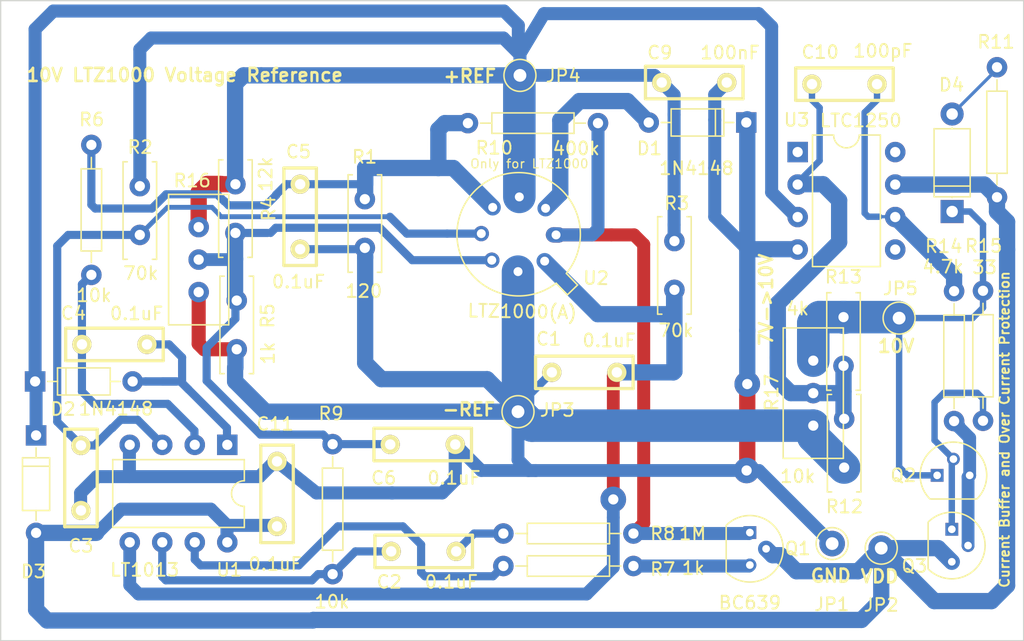
<source format=kicad_pcb>
(kicad_pcb (version 20171130) (host pcbnew 5.1.0-060a0da~80~ubuntu14.04.1)

  (general
    (thickness 1.6)
    (drawings 17)
    (tracks 318)
    (zones 0)
    (modules 41)
    (nets 22)
  )

  (page A3)
  (layers
    (0 F.Cu signal hide)
    (31 B.Cu signal)
    (32 B.Adhes user)
    (33 F.Adhes user)
    (34 B.Paste user)
    (35 F.Paste user)
    (36 B.SilkS user)
    (37 F.SilkS user)
    (38 B.Mask user)
    (39 F.Mask user)
    (40 Dwgs.User user)
    (41 Cmts.User user)
    (42 Eco1.User user)
    (43 Eco2.User user)
    (44 Edge.Cuts user)
  )

  (setup
    (last_trace_width 0.254)
    (user_trace_width 0.381)
    (user_trace_width 0.508)
    (user_trace_width 0.635)
    (user_trace_width 0.762)
    (user_trace_width 1.016)
    (user_trace_width 1.27)
    (user_trace_width 2.54)
    (trace_clearance 0.254)
    (zone_clearance 0.508)
    (zone_45_only no)
    (trace_min 0.254)
    (via_size 0.889)
    (via_drill 0.635)
    (via_min_size 0.889)
    (via_min_drill 0.508)
    (uvia_size 0.508)
    (uvia_drill 0.127)
    (uvias_allowed no)
    (uvia_min_size 0.508)
    (uvia_min_drill 0.127)
    (edge_width 0.1)
    (segment_width 0.2)
    (pcb_text_width 0.3)
    (pcb_text_size 1.5 1.5)
    (mod_edge_width 0.254)
    (mod_text_size 1 1)
    (mod_text_width 0.15)
    (pad_size 1.7526 1.7526)
    (pad_drill 1.016)
    (pad_to_mask_clearance 0)
    (solder_mask_min_width 0.25)
    (aux_axis_origin 0 0)
    (visible_elements FFFFFFFF)
    (pcbplotparams
      (layerselection 0x010f0_ffffffff)
      (usegerberextensions true)
      (usegerberattributes false)
      (usegerberadvancedattributes false)
      (creategerberjobfile false)
      (excludeedgelayer true)
      (linewidth 0.150000)
      (plotframeref false)
      (viasonmask false)
      (mode 1)
      (useauxorigin false)
      (hpglpennumber 1)
      (hpglpenspeed 20)
      (hpglpendiameter 15.000000)
      (psnegative false)
      (psa4output false)
      (plotreference true)
      (plotvalue true)
      (plotinvisibletext false)
      (padsonsilk false)
      (subtractmaskfromsilk false)
      (outputformat 1)
      (mirror false)
      (drillshape 0)
      (scaleselection 1)
      (outputdirectory "gerbers"))
  )

  (net 0 "")
  (net 1 +REF)
  (net 2 -REF)
  (net 3 10.00000V)
  (net 4 H+)
  (net 5 "Net-(C1-Pad1)")
  (net 6 "Net-(C2-Pad1)")
  (net 7 "Net-(C2-Pad2)")
  (net 8 "Net-(C3-Pad1)")
  (net 9 "Net-(C4-Pad1)")
  (net 10 "Net-(C4-Pad2)")
  (net 11 "Net-(C6-Pad1)")
  (net 12 "Net-(Q1-Pad3)")
  (net 13 "Net-(C10-Pad2)")
  (net 14 "Net-(Q2-Pad2)")
  (net 15 "Net-(D1-Pad2)")
  (net 16 "Net-(R7-Pad1)")
  (net 17 "Net-(C10-Pad1)")
  (net 18 "Net-(C5-Pad1)")
  (net 19 "Net-(Q2-Pad3)")
  (net 20 VDD)
  (net 21 "Net-(D4-Pad2)")

  (net_class Default "This is the default net class."
    (clearance 0.254)
    (trace_width 0.254)
    (via_dia 0.889)
    (via_drill 0.635)
    (uvia_dia 0.508)
    (uvia_drill 0.127)
    (add_net +REF)
    (add_net -REF)
    (add_net 10.00000V)
    (add_net H+)
    (add_net "Net-(C1-Pad1)")
    (add_net "Net-(C10-Pad1)")
    (add_net "Net-(C10-Pad2)")
    (add_net "Net-(C2-Pad1)")
    (add_net "Net-(C2-Pad2)")
    (add_net "Net-(C3-Pad1)")
    (add_net "Net-(C4-Pad1)")
    (add_net "Net-(C4-Pad2)")
    (add_net "Net-(C5-Pad1)")
    (add_net "Net-(C6-Pad1)")
    (add_net "Net-(D1-Pad2)")
    (add_net "Net-(D4-Pad2)")
    (add_net "Net-(Q1-Pad3)")
    (add_net "Net-(Q2-Pad2)")
    (add_net "Net-(Q2-Pad3)")
    (add_net "Net-(R7-Pad1)")
    (add_net VDD)
  )

  (module Diodes_THT:D_A-405_P7.62mm_Horizontal (layer F.Cu) (tedit 5921392E) (tstamp 5C8FCF6F)
    (at 230.632 92.9386 90)
    (descr "D, A-405 series, Axial, Horizontal, pin pitch=7.62mm, , length*diameter=5.2*2.7mm^2, , http://www.diodes.com/_files/packages/A-405.pdf")
    (tags "D A-405 series Axial Horizontal pin pitch 7.62mm  length 5.2mm diameter 2.7mm")
    (path /5C913346)
    (fp_text reference D4 (at 9.906 -0.0508 180) (layer F.SilkS)
      (effects (font (size 1 1) (thickness 0.15)))
    )
    (fp_text value LED (at 3.81 2.41 90) (layer F.Fab)
      (effects (font (size 1 1) (thickness 0.15)))
    )
    (fp_text user %R (at 3.81 0 90) (layer F.Fab)
      (effects (font (size 1 1) (thickness 0.15)))
    )
    (fp_line (start 1.21 -1.35) (end 1.21 1.35) (layer F.Fab) (width 0.1))
    (fp_line (start 1.21 1.35) (end 6.41 1.35) (layer F.Fab) (width 0.1))
    (fp_line (start 6.41 1.35) (end 6.41 -1.35) (layer F.Fab) (width 0.1))
    (fp_line (start 6.41 -1.35) (end 1.21 -1.35) (layer F.Fab) (width 0.1))
    (fp_line (start 0 0) (end 1.21 0) (layer F.Fab) (width 0.1))
    (fp_line (start 7.62 0) (end 6.41 0) (layer F.Fab) (width 0.1))
    (fp_line (start 1.99 -1.35) (end 1.99 1.35) (layer F.Fab) (width 0.1))
    (fp_line (start 1.15 -1.41) (end 1.15 1.41) (layer F.SilkS) (width 0.12))
    (fp_line (start 1.15 1.41) (end 6.47 1.41) (layer F.SilkS) (width 0.12))
    (fp_line (start 6.47 1.41) (end 6.47 -1.41) (layer F.SilkS) (width 0.12))
    (fp_line (start 6.47 -1.41) (end 1.15 -1.41) (layer F.SilkS) (width 0.12))
    (fp_line (start 1.08 0) (end 1.15 0) (layer F.SilkS) (width 0.12))
    (fp_line (start 6.54 0) (end 6.47 0) (layer F.SilkS) (width 0.12))
    (fp_line (start 1.99 -1.41) (end 1.99 1.41) (layer F.SilkS) (width 0.12))
    (fp_line (start -1.15 -1.7) (end -1.15 1.7) (layer F.CrtYd) (width 0.05))
    (fp_line (start -1.15 1.7) (end 8.8 1.7) (layer F.CrtYd) (width 0.05))
    (fp_line (start 8.8 1.7) (end 8.8 -1.7) (layer F.CrtYd) (width 0.05))
    (fp_line (start 8.8 -1.7) (end -1.15 -1.7) (layer F.CrtYd) (width 0.05))
    (pad 1 thru_hole rect (at 0 0 90) (size 1.8 1.8) (drill 0.9) (layers *.Cu *.Mask)
      (net 3 10.00000V))
    (pad 2 thru_hole oval (at 7.62 0 90) (size 1.8 1.8) (drill 0.9) (layers *.Cu *.Mask)
      (net 21 "Net-(D4-Pad2)"))
    (model ${KISYS3DMOD}/Diodes_THT.3dshapes/D_A-405_P7.62mm_Horizontal.wrl
      (at (xyz 0 0 0))
      (scale (xyz 0.393701 0.393701 0.393701))
      (rotate (xyz 0 0 0))
    )
  )

  (module ltz1000:R_Axial_L6.3mm_D2.0mm_P10.16mm_Horizontal (layer F.Cu) (tedit 5C8E82E3) (tstamp 5C8FD1D5)
    (at 234.1372 81.661 270)
    (descr "Resistor, Axial_DIN0207 series, Axial, Horizontal, pin pitch=10.16mm, 0.25W = 1/4W, length*diameter=6.3*2.5mm^2, http://cdn-reichelt.de/documents/datenblatt/B400/1_4W%23YAG.pdf")
    (tags "Resistor Axial_DIN0207 series Axial Horizontal pin pitch 10.16mm 0.25W = 1/4W length 6.3mm diameter 2.5mm")
    (path /5C903B6F)
    (fp_text reference R11 (at -1.9812 0.0762) (layer F.SilkS)
      (effects (font (size 1 1) (thickness 0.15)))
    )
    (fp_text value 2K (at 5.08 2.31 270) (layer F.Fab)
      (effects (font (size 1 1) (thickness 0.15)))
    )
    (fp_line (start 1.93 -0.8) (end 1.93 0.8) (layer F.Fab) (width 0.1))
    (fp_line (start 1.93 0.8) (end 8.23 0.8) (layer F.Fab) (width 0.1))
    (fp_line (start 8.23 0.8) (end 8.23 -0.8) (layer F.Fab) (width 0.1))
    (fp_line (start 8.23 -0.8) (end 1.93 -0.8) (layer F.Fab) (width 0.1))
    (fp_line (start 0 0) (end 1.93 0) (layer F.Fab) (width 0.1))
    (fp_line (start 10.16 0) (end 8.23 0) (layer F.Fab) (width 0.1))
    (fp_line (start 1.87 -0.8) (end 1.87 0.8) (layer F.SilkS) (width 0.12))
    (fp_line (start 1.87 0.8) (end 8.29 0.8) (layer F.SilkS) (width 0.12))
    (fp_line (start 8.29 0.8) (end 8.29 -0.8) (layer F.SilkS) (width 0.12))
    (fp_line (start 8.29 -0.8) (end 1.87 -0.8) (layer F.SilkS) (width 0.12))
    (fp_line (start 0.98 0) (end 1.87 0) (layer F.SilkS) (width 0.12))
    (fp_line (start 9.18 0) (end 8.29 0) (layer F.SilkS) (width 0.12))
    (fp_line (start -1.05 -1.2) (end -1.05 1.2) (layer F.CrtYd) (width 0.05))
    (fp_line (start -1.05 1.2) (end 11.25 1.2) (layer F.CrtYd) (width 0.05))
    (fp_line (start 11.25 1.2) (end 11.25 -1.2) (layer F.CrtYd) (width 0.05))
    (fp_line (start 11.25 -1.2) (end -1.05 -1.2) (layer F.CrtYd) (width 0.05))
    (pad 1 thru_hole circle (at 0 0 270) (size 1.6 1.6) (drill 0.8) (layers *.Cu *.Mask)
      (net 21 "Net-(D4-Pad2)"))
    (pad 2 thru_hole oval (at 10.16 0 270) (size 1.6 1.6) (drill 0.8) (layers *.Cu *.Mask)
      (net 20 VDD))
    (model ${KISYS3DMOD}/Resistors_THT.3dshapes/R_Axial_DIN0207_L6.3mm_D2.5mm_P10.16mm_Horizontal.wrl
      (at (xyz 0 0 0))
      (scale (xyz 0.393701 0.393701 0.393701))
      (rotate (xyz 0 0 0))
    )
  )

  (module ltz1000:Pin_d1.0mm_L10.0mm (layer F.Cu) (tedit 59B3E075) (tstamp 5A3689DC)
    (at 226.4918 101.2698)
    (descr "solder Pin_ diameter 1.0mm, hole diameter 1.0mm (press fit), length 10.0mm")
    (tags "solder Pin_ press fit")
    (path /5A34D2AD)
    (fp_text reference JP5 (at 0.1016 -2.3114) (layer F.SilkS)
      (effects (font (size 1 1) (thickness 0.15)))
    )
    (fp_text value CONN_1X1 (at 0 -2.05) (layer F.Fab)
      (effects (font (size 1 1) (thickness 0.15)))
    )
    (fp_circle (center 0 0) (end 1.25 0.05) (layer F.SilkS) (width 0.12))
    (fp_circle (center 0 0) (end 1 0) (layer F.Fab) (width 0.12))
    (fp_circle (center 0 0) (end 0.5 0) (layer F.Fab) (width 0.12))
    (fp_circle (center 0 0) (end 1.5 0) (layer F.CrtYd) (width 0.05))
    (fp_text user %R (at 0 2.25) (layer F.Fab)
      (effects (font (size 1 1) (thickness 0.15)))
    )
    (pad 1 thru_hole circle (at 0 0) (size 2 2) (drill 1) (layers *.Cu *.Mask)
      (net 3 10.00000V))
    (model ${KISYS3DMOD}/Connectors.3dshapes/Pin_d1.0mm_L10.0mm.wrl
      (at (xyz 0 0 0))
      (scale (xyz 1 1 1))
      (rotate (xyz 0 0 0))
    )
  )

  (module ltz1000:Vishay_VHD_L10.11mm_D4.7mm_P2.54mm_Horizontal (layer F.Cu) (tedit 5C8E8081) (tstamp 5C8EA9B5)
    (at 219.7862 107.1372 270)
    (descr "Resistor, Axial_DIN0207 series, Axial, Horizontal, pin pitch=7.62mm, 0.25W = 1/4W, length*diameter=6.3*2.5mm^2, http://cdn-reichelt.de/documents/datenblatt/B400/1_4W%23YAG.pdf")
    (tags "Resistor Axial_DIN0207 series Axial Horizontal pin pitch 7.62mm 0.25W = 1/4W length 6.3mm diameter 2.5mm")
    (path /5CA38E8E)
    (fp_text reference R17 (at -0.0508 3.2512 270) (layer F.SilkS)
      (effects (font (size 1 1) (thickness 0.15)))
    )
    (fp_text value R_FOIL_DIVIDER (at 1.1 3.6 270) (layer F.Fab)
      (effects (font (size 1 1) (thickness 0.15)))
    )
    (fp_line (start -5.2 -2.4) (end 5.2 -2.4) (layer F.CrtYd) (width 0.05))
    (fp_line (start 5.2 -2.4) (end 5.2 2.4) (layer F.CrtYd) (width 0.05))
    (fp_line (start -5.2 2.4) (end 5.2 2.4) (layer F.CrtYd) (width 0.05))
    (fp_line (start -5.2 -2.4) (end -5.2 2.4) (layer F.CrtYd) (width 0.05))
    (fp_line (start 5.1 -2.35) (end 5.1 2.35) (layer F.SilkS) (width 0.12))
    (fp_line (start -5.1 2.35) (end 5.1 2.35) (layer F.SilkS) (width 0.12))
    (fp_line (start -5.1 -2.35) (end -5.1 2.35) (layer F.SilkS) (width 0.12))
    (fp_line (start -5.1 -2.35) (end 5.1 -2.35) (layer F.SilkS) (width 0.12))
    (fp_line (start -5 -2.3) (end 5 -2.3) (layer F.Fab) (width 0.1))
    (fp_line (start 5 2.3) (end 5 -2.3) (layer F.Fab) (width 0.1))
    (fp_line (start -5 2.3) (end 5 2.3) (layer F.Fab) (width 0.1))
    (fp_line (start -5 -2.3) (end -5 2.3) (layer F.Fab) (width 0.1))
    (pad 3 thru_hole oval (at 2.54 0 270) (size 1.6 1.6) (drill 0.8) (layers *.Cu *.Mask)
      (net 2 -REF))
    (pad 2 thru_hole oval (at 0 0 270) (size 1.6 1.6) (drill 0.8) (layers *.Cu *.Mask)
      (net 17 "Net-(C10-Pad1)"))
    (pad 1 thru_hole circle (at -2.54 0 270) (size 1.6 1.6) (drill 0.8) (layers *.Cu *.Mask)
      (net 3 10.00000V))
    (model ${KISYS3DMOD}/Resistors_THT.3dshapes/R_Axial_DIN0207_L6.3mm_D2.5mm_P7.62mm_Horizontal.wrl
      (at (xyz 0 0 0))
      (scale (xyz 0.393701 0.393701 0.393701))
      (rotate (xyz 0 0 0))
    )
  )

  (module ltz1000:TO-92_Molded_Narrow (layer F.Cu) (tedit 58CE52AF) (tstamp 5C8F4720)
    (at 214.8332 118.0338 270)
    (descr "TO-92 leads molded, narrow, drill 0.6mm (see NXP sot054_po.pdf)")
    (tags "to-92 sc-43 sc-43a sot54 PA33 transistor")
    (path /5A34DD36)
    (fp_text reference Q1 (at 1.2446 -3.7338) (layer F.SilkS)
      (effects (font (size 1 1) (thickness 0.15)))
    )
    (fp_text value BC639 (at 5.4864 0) (layer F.SilkS)
      (effects (font (size 1 1) (thickness 0.15)))
    )
    (fp_arc (start 1.27 0) (end 1.27 -2.6) (angle 135) (layer F.SilkS) (width 0.12))
    (fp_arc (start 1.27 0) (end 1.27 -2.48) (angle -135) (layer F.Fab) (width 0.1))
    (fp_arc (start 1.27 0) (end 1.27 -2.6) (angle -135) (layer F.SilkS) (width 0.12))
    (fp_arc (start 1.27 0) (end 1.27 -2.48) (angle 135) (layer F.Fab) (width 0.1))
    (fp_line (start 4 2.01) (end -1.46 2.01) (layer F.CrtYd) (width 0.05))
    (fp_line (start 4 2.01) (end 4 -2.73) (layer F.CrtYd) (width 0.05))
    (fp_line (start -1.46 -2.73) (end -1.46 2.01) (layer F.CrtYd) (width 0.05))
    (fp_line (start -1.46 -2.73) (end 4 -2.73) (layer F.CrtYd) (width 0.05))
    (fp_line (start -0.5 1.75) (end 3 1.75) (layer F.Fab) (width 0.1))
    (fp_line (start -0.53 1.85) (end 3.07 1.85) (layer F.SilkS) (width 0.12))
    (fp_text user %R (at 1.27 -3.56 270) (layer F.Fab)
      (effects (font (size 1 1) (thickness 0.15)))
    )
    (pad 1 thru_hole rect (at 0 0) (size 1 1) (drill 0.6) (layers *.Cu *.Mask)
      (net 4 H+))
    (pad 3 thru_hole circle (at 2.54 0) (size 1 1) (drill 0.6) (layers *.Cu *.Mask)
      (net 12 "Net-(Q1-Pad3)"))
    (pad 2 thru_hole circle (at 1.27 -1.27) (size 1 1) (drill 0.6) (layers *.Cu *.Mask)
      (net 20 VDD))
    (model ${KISYS3DMOD}/TO_SOT_Packages_THT.3dshapes/TO-92_Molded_Narrow.wrl
      (offset (xyz 1.269999980926514 0 0))
      (scale (xyz 1 1 1))
      (rotate (xyz 0 0 -90))
    )
  )

  (module ltz1000:Vishay_VHD_L10.11mm_D4.7mm_P2.54mm_Horizontal (layer F.Cu) (tedit 5C8E8081) (tstamp 5C8EA48E)
    (at 171.7802 96.6978 270)
    (descr "Resistor, Axial_DIN0207 series, Axial, Horizontal, pin pitch=7.62mm, 0.25W = 1/4W, length*diameter=6.3*2.5mm^2, http://cdn-reichelt.de/documents/datenblatt/B400/1_4W%23YAG.pdf")
    (tags "Resistor Axial_DIN0207 series Axial Horizontal pin pitch 7.62mm 0.25W = 1/4W length 6.3mm diameter 2.5mm")
    (path /5CA0AFAB)
    (fp_text reference R16 (at -6.1722 0.508) (layer F.SilkS)
      (effects (font (size 1 1) (thickness 0.15)))
    )
    (fp_text value R_FOIL_DIVIDER (at 1.1 3.6 270) (layer F.Fab)
      (effects (font (size 1 1) (thickness 0.15)))
    )
    (fp_line (start -5.2 -2.4) (end 5.2 -2.4) (layer F.CrtYd) (width 0.05))
    (fp_line (start 5.2 -2.4) (end 5.2 2.4) (layer F.CrtYd) (width 0.05))
    (fp_line (start -5.2 2.4) (end 5.2 2.4) (layer F.CrtYd) (width 0.05))
    (fp_line (start -5.2 -2.4) (end -5.2 2.4) (layer F.CrtYd) (width 0.05))
    (fp_line (start 5.1 -2.35) (end 5.1 2.35) (layer F.SilkS) (width 0.12))
    (fp_line (start -5.1 2.35) (end 5.1 2.35) (layer F.SilkS) (width 0.12))
    (fp_line (start -5.1 -2.35) (end -5.1 2.35) (layer F.SilkS) (width 0.12))
    (fp_line (start -5.1 -2.35) (end 5.1 -2.35) (layer F.SilkS) (width 0.12))
    (fp_line (start -5 -2.3) (end 5 -2.3) (layer F.Fab) (width 0.1))
    (fp_line (start 5 2.3) (end 5 -2.3) (layer F.Fab) (width 0.1))
    (fp_line (start -5 2.3) (end 5 2.3) (layer F.Fab) (width 0.1))
    (fp_line (start -5 -2.3) (end -5 2.3) (layer F.Fab) (width 0.1))
    (pad 3 thru_hole oval (at 2.54 0 270) (size 1.6 1.6) (drill 0.8) (layers *.Cu *.Mask)
      (net 2 -REF))
    (pad 2 thru_hole oval (at 0 0 270) (size 1.6 1.6) (drill 0.8) (layers *.Cu *.Mask)
      (net 11 "Net-(C6-Pad1)"))
    (pad 1 thru_hole circle (at -2.54 0 270) (size 1.6 1.6) (drill 0.8) (layers *.Cu *.Mask)
      (net 1 +REF))
    (model ${KISYS3DMOD}/Resistors_THT.3dshapes/R_Axial_DIN0207_L6.3mm_D2.5mm_P7.62mm_Horizontal.wrl
      (at (xyz 0 0 0))
      (scale (xyz 0.393701 0.393701 0.393701))
      (rotate (xyz 0 0 0))
    )
  )

  (module TO_SOT_Packages_THT:TO-92_Molded_Narrow (layer F.Cu) (tedit 58CE52AF) (tstamp 5C84DAEC)
    (at 230.6066 117.7798 270)
    (descr "TO-92 leads molded, narrow, drill 0.6mm (see NXP sot054_po.pdf)")
    (tags "to-92 sc-43 sc-43a sot54 PA33 transistor")
    (path /5C860D4F)
    (fp_text reference Q3 (at 2.8702 2.921) (layer F.SilkS)
      (effects (font (size 1 1) (thickness 0.15)))
    )
    (fp_text value NPN_CBE (at 1.27 2.79 270) (layer F.Fab)
      (effects (font (size 1 1) (thickness 0.15)))
    )
    (fp_text user %R (at 1.27 -3.56 270) (layer F.Fab)
      (effects (font (size 1 1) (thickness 0.15)))
    )
    (fp_line (start -0.53 1.85) (end 3.07 1.85) (layer F.SilkS) (width 0.12))
    (fp_line (start -0.5 1.75) (end 3 1.75) (layer F.Fab) (width 0.1))
    (fp_line (start -1.46 -2.73) (end 4 -2.73) (layer F.CrtYd) (width 0.05))
    (fp_line (start -1.46 -2.73) (end -1.46 2.01) (layer F.CrtYd) (width 0.05))
    (fp_line (start 4 2.01) (end 4 -2.73) (layer F.CrtYd) (width 0.05))
    (fp_line (start 4 2.01) (end -1.46 2.01) (layer F.CrtYd) (width 0.05))
    (fp_arc (start 1.27 0) (end 1.27 -2.48) (angle 135) (layer F.Fab) (width 0.1))
    (fp_arc (start 1.27 0) (end 1.27 -2.6) (angle -135) (layer F.SilkS) (width 0.12))
    (fp_arc (start 1.27 0) (end 1.27 -2.48) (angle -135) (layer F.Fab) (width 0.1))
    (fp_arc (start 1.27 0) (end 1.27 -2.6) (angle 135) (layer F.SilkS) (width 0.12))
    (pad 2 thru_hole circle (at 1.27 -1.27) (size 1 1) (drill 0.6) (layers *.Cu *.Mask)
      (net 19 "Net-(Q2-Pad3)"))
    (pad 3 thru_hole circle (at 2.54 0) (size 1 1) (drill 0.6) (layers *.Cu *.Mask)
      (net 20 VDD))
    (pad 1 thru_hole rect (at 0 0) (size 1 1) (drill 0.6) (layers *.Cu *.Mask)
      (net 14 "Net-(Q2-Pad2)"))
    (model ${KISYS3DMOD}/TO_SOT_Packages_THT.3dshapes/TO-92_Molded_Narrow.wrl
      (offset (xyz 1.269999980926514 0 0))
      (scale (xyz 1 1 1))
      (rotate (xyz 0 0 -90))
    )
  )

  (module ltz1000:R_Axial_L6.3mm_D2.0mm_P10.16mm_Horizontal (layer F.Cu) (tedit 5C8E70A1) (tstamp 5A369244)
    (at 192.8114 86.0298)
    (descr "Resistor, Axial_DIN0207 series, Axial, Horizontal, pin pitch=10.16mm, 0.25W = 1/4W, length*diameter=6.3*2.5mm^2, http://cdn-reichelt.de/documents/datenblatt/B400/1_4W%23YAG.pdf")
    (tags "Resistor Axial_DIN0207 series Axial Horizontal pin pitch 10.16mm 0.25W = 1/4W length 6.3mm diameter 2.5mm")
    (path /59B4D6F1)
    (fp_text reference R10 (at 2.0574 1.9304) (layer F.SilkS)
      (effects (font (size 1 1) (thickness 0.15)))
    )
    (fp_text value 400k (at 8.4582 1.9812) (layer F.SilkS)
      (effects (font (size 1 1) (thickness 0.15)))
    )
    (fp_line (start 11.25 -1.2) (end -1.05 -1.2) (layer F.CrtYd) (width 0.05))
    (fp_line (start 11.25 1.2) (end 11.25 -1.2) (layer F.CrtYd) (width 0.05))
    (fp_line (start -1.05 1.2) (end 11.25 1.2) (layer F.CrtYd) (width 0.05))
    (fp_line (start -1.05 -1.2) (end -1.05 1.2) (layer F.CrtYd) (width 0.05))
    (fp_line (start 9.18 0) (end 8.29 0) (layer F.SilkS) (width 0.12))
    (fp_line (start 0.98 0) (end 1.87 0) (layer F.SilkS) (width 0.12))
    (fp_line (start 8.29 -0.8) (end 1.87 -0.8) (layer F.SilkS) (width 0.12))
    (fp_line (start 8.29 0.8) (end 8.29 -0.8) (layer F.SilkS) (width 0.12))
    (fp_line (start 1.87 0.8) (end 8.29 0.8) (layer F.SilkS) (width 0.12))
    (fp_line (start 1.87 -0.8) (end 1.87 0.8) (layer F.SilkS) (width 0.12))
    (fp_line (start 10.16 0) (end 8.23 0) (layer F.Fab) (width 0.1))
    (fp_line (start 0 0) (end 1.93 0) (layer F.Fab) (width 0.1))
    (fp_line (start 8.23 -0.8) (end 1.93 -0.8) (layer F.Fab) (width 0.1))
    (fp_line (start 8.23 0.8) (end 8.23 -0.8) (layer F.Fab) (width 0.1))
    (fp_line (start 1.93 0.8) (end 8.23 0.8) (layer F.Fab) (width 0.1))
    (fp_line (start 1.93 -0.8) (end 1.93 0.8) (layer F.Fab) (width 0.1))
    (pad 2 thru_hole oval (at 10.16 0) (size 1.6 1.6) (drill 0.8) (layers *.Cu *.Mask)
      (net 4 H+))
    (pad 1 thru_hole circle (at 0 0) (size 1.6 1.6) (drill 0.8) (layers *.Cu *.Mask)
      (net 18 "Net-(C5-Pad1)"))
    (model ${KISYS3DMOD}/Resistors_THT.3dshapes/R_Axial_DIN0207_L6.3mm_D2.5mm_P10.16mm_Horizontal.wrl
      (at (xyz 0 0 0))
      (scale (xyz 0.393701 0.393701 0.393701))
      (rotate (xyz 0 0 0))
    )
  )

  (module ltz1000:DIP-8_W7.62mm (layer F.Cu) (tedit 59C78D6B) (tstamp 5A368920)
    (at 174.0154 111.1758 270)
    (descr "8-lead though-hole mounted DIP package, row spacing 7.62 mm (300 mils)")
    (tags "THT DIP DIL PDIP 2.54mm 7.62mm 300mil")
    (path /59AF9182)
    (fp_text reference U1 (at 9.779 -0.1524) (layer F.SilkS)
      (effects (font (size 1 1) (thickness 0.15)))
    )
    (fp_text value LT1013 (at 9.779 6.4516) (layer F.SilkS)
      (effects (font (size 1 1) (thickness 0.15)))
    )
    (fp_text user %R (at 3.81 3.81 270) (layer F.Fab)
      (effects (font (size 1 1) (thickness 0.15)))
    )
    (fp_line (start 8.7 -1.55) (end -1.1 -1.55) (layer F.CrtYd) (width 0.05))
    (fp_line (start 8.7 9.15) (end 8.7 -1.55) (layer F.CrtYd) (width 0.05))
    (fp_line (start -1.1 9.15) (end 8.7 9.15) (layer F.CrtYd) (width 0.05))
    (fp_line (start -1.1 -1.55) (end -1.1 9.15) (layer F.CrtYd) (width 0.05))
    (fp_line (start 6.46 -1.33) (end 4.81 -1.33) (layer F.SilkS) (width 0.12))
    (fp_line (start 6.46 8.95) (end 6.46 -1.33) (layer F.SilkS) (width 0.12))
    (fp_line (start 1.16 8.95) (end 6.46 8.95) (layer F.SilkS) (width 0.12))
    (fp_line (start 1.16 -1.33) (end 1.16 8.95) (layer F.SilkS) (width 0.12))
    (fp_line (start 2.81 -1.33) (end 1.16 -1.33) (layer F.SilkS) (width 0.12))
    (fp_line (start 0.635 -0.27) (end 1.635 -1.27) (layer F.Fab) (width 0.1))
    (fp_line (start 0.635 8.89) (end 0.635 -0.27) (layer F.Fab) (width 0.1))
    (fp_line (start 6.985 8.89) (end 0.635 8.89) (layer F.Fab) (width 0.1))
    (fp_line (start 6.985 -1.27) (end 6.985 8.89) (layer F.Fab) (width 0.1))
    (fp_line (start 1.635 -1.27) (end 6.985 -1.27) (layer F.Fab) (width 0.1))
    (fp_arc (start 3.81 -1.33) (end 2.81 -1.33) (angle -180) (layer F.SilkS) (width 0.12))
    (pad 8 thru_hole oval (at 7.62 0 270) (size 1.6 1.6) (drill 0.8) (layers *.Cu *.Mask)
      (net 20 VDD))
    (pad 4 thru_hole oval (at 0 7.62 270) (size 1.6 1.6) (drill 0.8) (layers *.Cu *.Mask)
      (net 2 -REF))
    (pad 7 thru_hole oval (at 7.62 2.54 270) (size 1.6 1.6) (drill 0.8) (layers *.Cu *.Mask)
      (net 16 "Net-(R7-Pad1)"))
    (pad 3 thru_hole oval (at 0 5.08 270) (size 1.6 1.6) (drill 0.8) (layers *.Cu *.Mask)
      (net 8 "Net-(C3-Pad1)"))
    (pad 6 thru_hole oval (at 7.62 5.08 270) (size 1.6 1.6) (drill 0.8) (layers *.Cu *.Mask)
      (net 6 "Net-(C2-Pad1)"))
    (pad 2 thru_hole oval (at 0 2.54 270) (size 1.6 1.6) (drill 0.8) (layers *.Cu *.Mask)
      (net 9 "Net-(C4-Pad1)"))
    (pad 5 thru_hole oval (at 7.62 7.62 270) (size 1.6 1.6) (drill 0.8) (layers *.Cu *.Mask)
      (net 5 "Net-(C1-Pad1)"))
    (pad 1 thru_hole rect (at 0 0 270) (size 1.6 1.6) (drill 0.8) (layers *.Cu *.Mask)
      (net 10 "Net-(C4-Pad2)"))
    (model ${KISYS3DMOD}/Housings_DIP.3dshapes/DIP-8_W7.62mm.wrl
      (at (xyz 0 0 0))
      (scale (xyz 1 1 1))
      (rotate (xyz 0 0 0))
    )
  )

  (module ltz1000:TO-5-8 (layer F.Cu) (tedit 58CE52AF) (tstamp 5AE67A05)
    (at 199.6948 94.7674 179)
    (descr TO-5-8)
    (tags TO-5-8)
    (path /5A2F2F94)
    (fp_text reference U2 (at -3.182682 -3.323161 179) (layer F.SilkS)
      (effects (font (size 1 1) (thickness 0.15)))
    )
    (fp_text value "LTZ1000(A)" (at 2.536581 -6.039589 179) (layer F.SilkS)
      (effects (font (size 1 1) (thickness 0.15)))
    )
    (fp_arc (start 2.92 0) (end -0.077084 -3.774902) (angle 346.9) (layer F.SilkS) (width 0.12))
    (fp_arc (start 2.92 0) (end -0.085408 -3.61352) (angle 349.5) (layer F.Fab) (width 0.1))
    (fp_circle (center 2.92 0) (end 7.17 0) (layer F.Fab) (width 0.1))
    (fp_line (start 7.87 -4.95) (end -2.04 -4.95) (layer F.CrtYd) (width 0.05))
    (fp_line (start 7.87 4.95) (end 7.87 -4.95) (layer F.CrtYd) (width 0.05))
    (fp_line (start -2.04 4.95) (end 7.87 4.95) (layer F.CrtYd) (width 0.05))
    (fp_line (start -2.04 -4.95) (end -2.04 4.95) (layer F.CrtYd) (width 0.05))
    (fp_line (start -1.745856 -3.888039) (end -0.854902 -2.997084) (layer F.SilkS) (width 0.12))
    (fp_line (start -0.968039 -4.665856) (end -1.745856 -3.888039) (layer F.SilkS) (width 0.12))
    (fp_line (start -0.077084 -3.774902) (end -0.968039 -4.665856) (layer F.SilkS) (width 0.12))
    (fp_line (start -1.499621 -3.81151) (end -0.69352 -3.005408) (layer F.Fab) (width 0.1))
    (fp_line (start -0.89151 -4.419621) (end -1.499621 -3.81151) (layer F.Fab) (width 0.1))
    (fp_line (start -0.085408 -3.61352) (end -0.89151 -4.419621) (layer F.Fab) (width 0.1))
    (fp_text user %R (at 2.92 -5.82 179) (layer F.Fab)
      (effects (font (size 1 1) (thickness 0.15)))
    )
    (pad 8 thru_hole oval (at 0.855248 -2.064752 179) (size 1.2 1.2) (drill 0.7) (layers *.Cu *.Mask)
      (net 5 "Net-(C1-Pad1)"))
    (pad 7 thru_hole oval (at 2.92 -2.92 179) (size 1.2 1.2) (drill 0.7) (layers *.Cu *.Mask)
      (net 2 -REF))
    (pad 6 thru_hole oval (at 4.984752 -2.064752 179) (size 1.2 1.2) (drill 0.7) (layers *.Cu *.Mask)
      (net 11 "Net-(C6-Pad1)"))
    (pad 5 thru_hole oval (at 5.84 0 179) (size 1.2 1.2) (drill 0.7) (layers *.Cu *.Mask)
      (net 8 "Net-(C3-Pad1)"))
    (pad 4 thru_hole oval (at 4.984752 2.064752 179) (size 1.2 1.2) (drill 0.7) (layers *.Cu *.Mask)
      (net 18 "Net-(C5-Pad1)"))
    (pad 3 thru_hole oval (at 2.92 2.92 179) (size 1.2 1.2) (drill 0.7) (layers *.Cu *.Mask)
      (net 1 +REF))
    (pad 2 thru_hole oval (at 0.855248 2.064752 179) (size 1.2 1.2) (drill 0.7) (layers *.Cu *.Mask)
      (net 15 "Net-(D1-Pad2)"))
    (pad 1 thru_hole oval (at 0 0 179) (size 1.6 1.2) (drill 0.7) (layers *.Cu *.Mask)
      (net 4 H+))
    (model ${KISYS3DMOD}/TO_SOT_Packages_THT.3dshapes/TO-5-8.wrl
      (at (xyz 0 0 0))
      (scale (xyz 0.393701 0.393701 0.393701))
      (rotate (xyz 0 0 0))
    )
  )

  (module ltz1000:C (layer F.Cu) (tedit 5C8E891E) (tstamp 5A3689AA)
    (at 204.4446 105.5116 180)
    (path /5A2E955E)
    (fp_text reference C1 (at 5.334 2.6162 180) (layer F.SilkS)
      (effects (font (size 1 1) (thickness 0.15)))
    )
    (fp_text value 0.1uF (at 0.6096 2.4892 180) (layer F.SilkS)
      (effects (font (size 1 1) (thickness 0.15)))
    )
    (fp_line (start -1.27 -1.27) (end 6.35 -1.27) (layer F.SilkS) (width 0.254))
    (fp_line (start 6.35 1.27) (end -1.27 1.27) (layer F.SilkS) (width 0.254))
    (fp_line (start -1.27 -1.27) (end -1.27 1.27) (layer F.SilkS) (width 0.254))
    (fp_text user Film (at 2.3622 0.127 180) (layer F.SilkS) hide
      (effects (font (size 0.762 0.762) (thickness 0.1524)))
    )
    (fp_line (start 6.35 -1.27) (end 6.35 1.27) (layer F.SilkS) (width 0.254))
    (pad 1 thru_hole circle (at 0 0 180) (size 1.4986 1.4986) (drill 0.8128) (layers *.Cu *.Mask F.SilkS)
      (net 5 "Net-(C1-Pad1)"))
    (pad 2 thru_hole circle (at 5.08 0 180) (size 1.4986 1.4986) (drill 0.8128) (layers *.Cu *.Mask F.SilkS)
      (net 2 -REF))
  )

  (module ltz1000:D_DO-35_SOD27_P7.62mm_Horizontal (layer F.Cu) (tedit 5921392F) (tstamp 5C8F6913)
    (at 159.0802 110.4392 270)
    (descr "D, DO-35_SOD27 series, Axial, Horizontal, pin pitch=7.62mm, , length*diameter=4*2mm^2, , http://www.diodes.com/_files/packages/DO-35.pdf")
    (tags "D DO-35_SOD27 series Axial Horizontal pin pitch 7.62mm  length 4mm diameter 2mm")
    (path /5CB57AE8)
    (fp_text reference D3 (at 10.6426 0.2032) (layer F.SilkS)
      (effects (font (size 1 1) (thickness 0.15)))
    )
    (fp_text value 1N4148 (at 3.81 2.06 270) (layer F.Fab)
      (effects (font (size 1 1) (thickness 0.15)))
    )
    (fp_line (start 8.7 -1.35) (end -1.05 -1.35) (layer F.CrtYd) (width 0.05))
    (fp_line (start 8.7 1.35) (end 8.7 -1.35) (layer F.CrtYd) (width 0.05))
    (fp_line (start -1.05 1.35) (end 8.7 1.35) (layer F.CrtYd) (width 0.05))
    (fp_line (start -1.05 -1.35) (end -1.05 1.35) (layer F.CrtYd) (width 0.05))
    (fp_line (start 2.41 -1.06) (end 2.41 1.06) (layer F.SilkS) (width 0.12))
    (fp_line (start 6.64 0) (end 5.87 0) (layer F.SilkS) (width 0.12))
    (fp_line (start 0.98 0) (end 1.75 0) (layer F.SilkS) (width 0.12))
    (fp_line (start 5.87 -1.06) (end 1.75 -1.06) (layer F.SilkS) (width 0.12))
    (fp_line (start 5.87 1.06) (end 5.87 -1.06) (layer F.SilkS) (width 0.12))
    (fp_line (start 1.75 1.06) (end 5.87 1.06) (layer F.SilkS) (width 0.12))
    (fp_line (start 1.75 -1.06) (end 1.75 1.06) (layer F.SilkS) (width 0.12))
    (fp_line (start 2.41 -1) (end 2.41 1) (layer F.Fab) (width 0.1))
    (fp_line (start 7.62 0) (end 5.81 0) (layer F.Fab) (width 0.1))
    (fp_line (start 0 0) (end 1.81 0) (layer F.Fab) (width 0.1))
    (fp_line (start 5.81 -1) (end 1.81 -1) (layer F.Fab) (width 0.1))
    (fp_line (start 5.81 1) (end 5.81 -1) (layer F.Fab) (width 0.1))
    (fp_line (start 1.81 1) (end 5.81 1) (layer F.Fab) (width 0.1))
    (fp_line (start 1.81 -1) (end 1.81 1) (layer F.Fab) (width 0.1))
    (fp_text user %R (at 3.81 0 270) (layer F.Fab)
      (effects (font (size 1 1) (thickness 0.15)))
    )
    (pad 2 thru_hole oval (at 7.62 0 270) (size 1.6 1.6) (drill 0.8) (layers *.Cu *.Mask)
      (net 20 VDD))
    (pad 1 thru_hole rect (at 0 0 270) (size 1.6 1.6) (drill 0.8) (layers *.Cu *.Mask)
      (net 1 +REF))
    (model ${KISYS3DMOD}/Diodes_THT.3dshapes/D_DO-35_SOD27_P7.62mm_Horizontal.wrl
      (at (xyz 0 0 0))
      (scale (xyz 0.393701 0.393701 0.393701))
      (rotate (xyz 0 0 0))
    )
  )

  (module ltz1000:Vishay_L7.62mm_D2.67mm_P3.81mm_Horizontal (layer F.Cu) (tedit 5C8E82DC) (tstamp 5C8F5B81)
    (at 174.752 101.8032 270)
    (descr "Resistor, Axial_DIN0207 series, Axial, Horizontal, pin pitch=7.62mm, 0.25W = 1/4W, length*diameter=6.3*2.5mm^2, http://cdn-reichelt.de/documents/datenblatt/B400/1_4W%23YAG.pdf")
    (tags "Resistor Axial_DIN0207 series Axial Horizontal pin pitch 7.62mm 0.25W = 1/4W length 6.3mm diameter 2.5mm")
    (path /5CB55515)
    (fp_text reference R5 (at -0.7112 -2.413 270) (layer F.SilkS)
      (effects (font (size 1 1) (thickness 0.15)))
    )
    (fp_text value 1k (at 2.2098 -2.4384 270) (layer F.SilkS)
      (effects (font (size 1 1) (thickness 0.15)))
    )
    (fp_line (start -4 -1.6) (end 4 -1.6) (layer F.CrtYd) (width 0.05))
    (fp_line (start 4 1.6) (end 4 -1.6) (layer F.CrtYd) (width 0.05))
    (fp_line (start -4 1.6) (end 4 1.6) (layer F.CrtYd) (width 0.05))
    (fp_line (start -4 -1.6) (end -4 1.6) (layer F.CrtYd) (width 0.05))
    (fp_line (start 3.81 1.31) (end 3.81 0.98) (layer F.SilkS) (width 0.12))
    (fp_line (start -3.81 1.31) (end 3.81 1.31) (layer F.SilkS) (width 0.12))
    (fp_line (start -3.81 0.98) (end -3.81 1.31) (layer F.SilkS) (width 0.12))
    (fp_line (start 3.81 -1.31) (end 3.81 -0.98) (layer F.SilkS) (width 0.12))
    (fp_line (start -3.81 -1.31) (end 3.81 -1.31) (layer F.SilkS) (width 0.12))
    (fp_line (start -3.81 -0.98) (end -3.81 -1.31) (layer F.SilkS) (width 0.12))
    (fp_line (start -3.81 -1.25) (end 3.81 -1.25) (layer F.Fab) (width 0.1))
    (fp_line (start 3.81 1.25) (end 3.81 -1.25) (layer F.Fab) (width 0.1))
    (fp_line (start -3.81 1.25) (end 3.81 1.25) (layer F.Fab) (width 0.1))
    (fp_line (start -3.81 -1.25) (end -3.81 1.25) (layer F.Fab) (width 0.1))
    (pad 2 thru_hole oval (at 1.905 0 270) (size 1.6 1.6) (drill 0.8) (layers *.Cu *.Mask)
      (net 2 -REF))
    (pad 1 thru_hole circle (at -1.905 0 270) (size 1.6 1.6) (drill 0.8) (layers *.Cu *.Mask)
      (net 11 "Net-(C6-Pad1)"))
    (model ${KISYS3DMOD}/Resistors_THT.3dshapes/R_Axial_DIN0207_L6.3mm_D2.5mm_P7.62mm_Horizontal.wrl
      (at (xyz 0 0 0))
      (scale (xyz 0.393701 0.393701 0.393701))
      (rotate (xyz 0 0 0))
    )
  )

  (module ltz1000:Vishay_L7.62mm_D2.67mm_P3.81mm_Horizontal (layer F.Cu) (tedit 5C8E82DC) (tstamp 5A3687CA)
    (at 174.6504 92.71 270)
    (descr "Resistor, Axial_DIN0207 series, Axial, Horizontal, pin pitch=7.62mm, 0.25W = 1/4W, length*diameter=6.3*2.5mm^2, http://cdn-reichelt.de/documents/datenblatt/B400/1_4W%23YAG.pdf")
    (tags "Resistor Axial_DIN0207 series Axial Horizontal pin pitch 7.62mm 0.25W = 1/4W length 6.3mm diameter 2.5mm")
    (path /5A34B612)
    (fp_text reference R4 (at 0 -2.6 270) (layer F.SilkS)
      (effects (font (size 1 1) (thickness 0.15)))
    )
    (fp_text value 12k (at -2.6924 -2.3622 270) (layer F.SilkS)
      (effects (font (size 1 1) (thickness 0.15)))
    )
    (fp_line (start -4 -1.6) (end 4 -1.6) (layer F.CrtYd) (width 0.05))
    (fp_line (start 4 1.6) (end 4 -1.6) (layer F.CrtYd) (width 0.05))
    (fp_line (start -4 1.6) (end 4 1.6) (layer F.CrtYd) (width 0.05))
    (fp_line (start -4 -1.6) (end -4 1.6) (layer F.CrtYd) (width 0.05))
    (fp_line (start 3.81 1.31) (end 3.81 0.98) (layer F.SilkS) (width 0.12))
    (fp_line (start -3.81 1.31) (end 3.81 1.31) (layer F.SilkS) (width 0.12))
    (fp_line (start -3.81 0.98) (end -3.81 1.31) (layer F.SilkS) (width 0.12))
    (fp_line (start 3.81 -1.31) (end 3.81 -0.98) (layer F.SilkS) (width 0.12))
    (fp_line (start -3.81 -1.31) (end 3.81 -1.31) (layer F.SilkS) (width 0.12))
    (fp_line (start -3.81 -0.98) (end -3.81 -1.31) (layer F.SilkS) (width 0.12))
    (fp_line (start -3.81 -1.25) (end 3.81 -1.25) (layer F.Fab) (width 0.1))
    (fp_line (start 3.81 1.25) (end 3.81 -1.25) (layer F.Fab) (width 0.1))
    (fp_line (start -3.81 1.25) (end 3.81 1.25) (layer F.Fab) (width 0.1))
    (fp_line (start -3.81 -1.25) (end -3.81 1.25) (layer F.Fab) (width 0.1))
    (pad 2 thru_hole oval (at 1.905 0 270) (size 1.6 1.6) (drill 0.8) (layers *.Cu *.Mask)
      (net 11 "Net-(C6-Pad1)"))
    (pad 1 thru_hole circle (at -1.905 0 270) (size 1.6 1.6) (drill 0.8) (layers *.Cu *.Mask)
      (net 1 +REF))
    (model ${KISYS3DMOD}/Resistors_THT.3dshapes/R_Axial_DIN0207_L6.3mm_D2.5mm_P7.62mm_Horizontal.wrl
      (at (xyz 0 0 0))
      (scale (xyz 0.393701 0.393701 0.393701))
      (rotate (xyz 0 0 0))
    )
  )

  (module ltz1000:DIP-8_W7.62mm (layer F.Cu) (tedit 59C78D6B) (tstamp 5C8F40CE)
    (at 218.567 88.2904)
    (descr "8-lead though-hole mounted DIP package, row spacing 7.62 mm (300 mils)")
    (tags "THT DIP DIL PDIP 2.54mm 7.62mm 300mil")
    (path /5CB21E1D)
    (fp_text reference U3 (at -0.0762 -2.5146) (layer F.SilkS)
      (effects (font (size 1 1) (thickness 0.15)))
    )
    (fp_text value LTC1250 (at 4.9276 -2.4638) (layer F.SilkS)
      (effects (font (size 1 1) (thickness 0.15)))
    )
    (fp_text user %R (at 3.81 3.81) (layer F.Fab)
      (effects (font (size 1 1) (thickness 0.15)))
    )
    (fp_line (start 8.7 -1.55) (end -1.1 -1.55) (layer F.CrtYd) (width 0.05))
    (fp_line (start 8.7 9.15) (end 8.7 -1.55) (layer F.CrtYd) (width 0.05))
    (fp_line (start -1.1 9.15) (end 8.7 9.15) (layer F.CrtYd) (width 0.05))
    (fp_line (start -1.1 -1.55) (end -1.1 9.15) (layer F.CrtYd) (width 0.05))
    (fp_line (start 6.46 -1.33) (end 4.81 -1.33) (layer F.SilkS) (width 0.12))
    (fp_line (start 6.46 8.95) (end 6.46 -1.33) (layer F.SilkS) (width 0.12))
    (fp_line (start 1.16 8.95) (end 6.46 8.95) (layer F.SilkS) (width 0.12))
    (fp_line (start 1.16 -1.33) (end 1.16 8.95) (layer F.SilkS) (width 0.12))
    (fp_line (start 2.81 -1.33) (end 1.16 -1.33) (layer F.SilkS) (width 0.12))
    (fp_line (start 0.635 -0.27) (end 1.635 -1.27) (layer F.Fab) (width 0.1))
    (fp_line (start 0.635 8.89) (end 0.635 -0.27) (layer F.Fab) (width 0.1))
    (fp_line (start 6.985 8.89) (end 0.635 8.89) (layer F.Fab) (width 0.1))
    (fp_line (start 6.985 -1.27) (end 6.985 8.89) (layer F.Fab) (width 0.1))
    (fp_line (start 1.635 -1.27) (end 6.985 -1.27) (layer F.Fab) (width 0.1))
    (fp_arc (start 3.81 -1.33) (end 2.81 -1.33) (angle -180) (layer F.SilkS) (width 0.12))
    (pad 8 thru_hole oval (at 7.62 0) (size 1.6 1.6) (drill 0.8) (layers *.Cu *.Mask))
    (pad 4 thru_hole oval (at 0 7.62) (size 1.6 1.6) (drill 0.8) (layers *.Cu *.Mask)
      (net 2 -REF))
    (pad 7 thru_hole oval (at 7.62 2.54) (size 1.6 1.6) (drill 0.8) (layers *.Cu *.Mask)
      (net 20 VDD))
    (pad 3 thru_hole oval (at 0 5.08) (size 1.6 1.6) (drill 0.8) (layers *.Cu *.Mask)
      (net 1 +REF))
    (pad 6 thru_hole oval (at 7.62 5.08) (size 1.6 1.6) (drill 0.8) (layers *.Cu *.Mask)
      (net 13 "Net-(C10-Pad2)"))
    (pad 2 thru_hole oval (at 0 2.54) (size 1.6 1.6) (drill 0.8) (layers *.Cu *.Mask)
      (net 17 "Net-(C10-Pad1)"))
    (pad 5 thru_hole oval (at 7.62 7.62) (size 1.6 1.6) (drill 0.8) (layers *.Cu *.Mask))
    (pad 1 thru_hole rect (at 0 0) (size 1.6 1.6) (drill 0.8) (layers *.Cu *.Mask))
    (model ${KISYS3DMOD}/Housings_DIP.3dshapes/DIP-8_W7.62mm.wrl
      (at (xyz 0 0 0))
      (scale (xyz 1 1 1))
      (rotate (xyz 0 0 0))
    )
  )

  (module ltz1000:Pin_d1.0mm_L10.0mm (layer F.Cu) (tedit 59B3E075) (tstamp 5A3689E6)
    (at 196.8754 82.296)
    (descr "solder Pin_ diameter 1.0mm, hole diameter 1.0mm (press fit), length 10.0mm")
    (tags "solder Pin_ press fit")
    (path /59B592BB)
    (fp_text reference JP4 (at 3.3782 0.0254) (layer F.SilkS)
      (effects (font (size 1 1) (thickness 0.15)))
    )
    (fp_text value CONN_1X1 (at 0 -2.05) (layer F.Fab)
      (effects (font (size 1 1) (thickness 0.15)))
    )
    (fp_circle (center 0 0) (end 1.25 0.05) (layer F.SilkS) (width 0.12))
    (fp_circle (center 0 0) (end 1 0) (layer F.Fab) (width 0.12))
    (fp_circle (center 0 0) (end 0.5 0) (layer F.Fab) (width 0.12))
    (fp_circle (center 0 0) (end 1.5 0) (layer F.CrtYd) (width 0.05))
    (fp_text user %R (at 0 2.25) (layer F.Fab)
      (effects (font (size 1 1) (thickness 0.15)))
    )
    (pad 1 thru_hole circle (at 0 0) (size 2 2) (drill 1) (layers *.Cu *.Mask)
      (net 1 +REF))
    (model ${KISYS3DMOD}/Connectors.3dshapes/Pin_d1.0mm_L10.0mm.wrl
      (at (xyz 0 0 0))
      (scale (xyz 1 1 1))
      (rotate (xyz 0 0 0))
    )
  )

  (module ltz1000:Pin_d1.0mm_L10.0mm (layer F.Cu) (tedit 59B3E075) (tstamp 5A3689E1)
    (at 225.0948 119.253)
    (descr "solder Pin_ diameter 1.0mm, hole diameter 1.0mm (press fit), length 10.0mm")
    (tags "solder Pin_ press fit")
    (path /59B592AE)
    (fp_text reference JP2 (at 0 4.445) (layer F.SilkS)
      (effects (font (size 1 1) (thickness 0.15)))
    )
    (fp_text value CONN_1X1 (at 0 -2.05) (layer F.Fab)
      (effects (font (size 1 1) (thickness 0.15)))
    )
    (fp_circle (center 0 0) (end 1.25 0.05) (layer F.SilkS) (width 0.12))
    (fp_circle (center 0 0) (end 1 0) (layer F.Fab) (width 0.12))
    (fp_circle (center 0 0) (end 0.5 0) (layer F.Fab) (width 0.12))
    (fp_circle (center 0 0) (end 1.5 0) (layer F.CrtYd) (width 0.05))
    (fp_text user %R (at 0 2.25) (layer F.Fab)
      (effects (font (size 1 1) (thickness 0.15)))
    )
    (pad 1 thru_hole circle (at 0 0) (size 2 2) (drill 1) (layers *.Cu *.Mask)
      (net 20 VDD))
    (model ${KISYS3DMOD}/Connectors.3dshapes/Pin_d1.0mm_L10.0mm.wrl
      (at (xyz 0 0 0))
      (scale (xyz 1 1 1))
      (rotate (xyz 0 0 0))
    )
  )

  (module ltz1000:Pin_d1.0mm_L10.0mm (layer F.Cu) (tedit 59B3E075) (tstamp 5A3689F0)
    (at 221.2594 118.8974)
    (descr "solder Pin_ diameter 1.0mm, hole diameter 1.0mm (press fit), length 10.0mm")
    (tags "solder Pin_ press fit")
    (path /59B592C7)
    (fp_text reference JP1 (at -0.0254 4.7498) (layer F.SilkS)
      (effects (font (size 1 1) (thickness 0.15)))
    )
    (fp_text value CONN_1X1 (at 0 -2.05) (layer F.Fab)
      (effects (font (size 1 1) (thickness 0.15)))
    )
    (fp_circle (center 0 0) (end 1.25 0.05) (layer F.SilkS) (width 0.12))
    (fp_circle (center 0 0) (end 1 0) (layer F.Fab) (width 0.12))
    (fp_circle (center 0 0) (end 0.5 0) (layer F.Fab) (width 0.12))
    (fp_circle (center 0 0) (end 1.5 0) (layer F.CrtYd) (width 0.05))
    (fp_text user %R (at 0 2.25) (layer F.Fab)
      (effects (font (size 1 1) (thickness 0.15)))
    )
    (pad 1 thru_hole circle (at 0 0) (size 2 2) (drill 1) (layers *.Cu *.Mask)
      (net 2 -REF))
    (model ${KISYS3DMOD}/Connectors.3dshapes/Pin_d1.0mm_L10.0mm.wrl
      (at (xyz 0 0 0))
      (scale (xyz 1 1 1))
      (rotate (xyz 0 0 0))
    )
  )

  (module ltz1000:Pin_d1.0mm_L10.0mm (layer F.Cu) (tedit 59B3E075) (tstamp 5A3689EB)
    (at 196.723 108.585)
    (descr "solder Pin_ diameter 1.0mm, hole diameter 1.0mm (press fit), length 10.0mm")
    (tags "solder Pin_ press fit")
    (path /59B592C1)
    (fp_text reference JP3 (at 3.0734 -0.127) (layer F.SilkS)
      (effects (font (size 1 1) (thickness 0.15)))
    )
    (fp_text value CONN_1X1 (at 0 -2.05) (layer F.Fab)
      (effects (font (size 1 1) (thickness 0.15)))
    )
    (fp_circle (center 0 0) (end 1.25 0.05) (layer F.SilkS) (width 0.12))
    (fp_circle (center 0 0) (end 1 0) (layer F.Fab) (width 0.12))
    (fp_circle (center 0 0) (end 0.5 0) (layer F.Fab) (width 0.12))
    (fp_circle (center 0 0) (end 1.5 0) (layer F.CrtYd) (width 0.05))
    (fp_text user %R (at 0 2.25) (layer F.Fab)
      (effects (font (size 1 1) (thickness 0.15)))
    )
    (pad 1 thru_hole circle (at 0 0) (size 2 2) (drill 1) (layers *.Cu *.Mask)
      (net 2 -REF))
    (model ${KISYS3DMOD}/Connectors.3dshapes/Pin_d1.0mm_L10.0mm.wrl
      (at (xyz 0 0 0))
      (scale (xyz 1 1 1))
      (rotate (xyz 0 0 0))
    )
  )

  (module ltz1000:D_DO-35_SOD27_P7.62mm_Horizontal (layer F.Cu) (tedit 5921392F) (tstamp 5A36892D)
    (at 214.5538 85.979 180)
    (descr "D, DO-35_SOD27 series, Axial, Horizontal, pin pitch=7.62mm, , length*diameter=4*2mm^2, , http://www.diodes.com/_files/packages/DO-35.pdf")
    (tags "D DO-35_SOD27 series Axial Horizontal pin pitch 7.62mm  length 4mm diameter 2mm")
    (path /5A34BD64)
    (fp_text reference D1 (at 7.5692 -2.032 180) (layer F.SilkS)
      (effects (font (size 1 1) (thickness 0.15)))
    )
    (fp_text value 1N4148 (at 3.8862 -3.5814 180) (layer F.SilkS)
      (effects (font (size 1 1) (thickness 0.15)))
    )
    (fp_line (start 8.7 -1.35) (end -1.05 -1.35) (layer F.CrtYd) (width 0.05))
    (fp_line (start 8.7 1.35) (end 8.7 -1.35) (layer F.CrtYd) (width 0.05))
    (fp_line (start -1.05 1.35) (end 8.7 1.35) (layer F.CrtYd) (width 0.05))
    (fp_line (start -1.05 -1.35) (end -1.05 1.35) (layer F.CrtYd) (width 0.05))
    (fp_line (start 2.41 -1.06) (end 2.41 1.06) (layer F.SilkS) (width 0.12))
    (fp_line (start 6.64 0) (end 5.87 0) (layer F.SilkS) (width 0.12))
    (fp_line (start 0.98 0) (end 1.75 0) (layer F.SilkS) (width 0.12))
    (fp_line (start 5.87 -1.06) (end 1.75 -1.06) (layer F.SilkS) (width 0.12))
    (fp_line (start 5.87 1.06) (end 5.87 -1.06) (layer F.SilkS) (width 0.12))
    (fp_line (start 1.75 1.06) (end 5.87 1.06) (layer F.SilkS) (width 0.12))
    (fp_line (start 1.75 -1.06) (end 1.75 1.06) (layer F.SilkS) (width 0.12))
    (fp_line (start 2.41 -1) (end 2.41 1) (layer F.Fab) (width 0.1))
    (fp_line (start 7.62 0) (end 5.81 0) (layer F.Fab) (width 0.1))
    (fp_line (start 0 0) (end 1.81 0) (layer F.Fab) (width 0.1))
    (fp_line (start 5.81 -1) (end 1.81 -1) (layer F.Fab) (width 0.1))
    (fp_line (start 5.81 1) (end 5.81 -1) (layer F.Fab) (width 0.1))
    (fp_line (start 1.81 1) (end 5.81 1) (layer F.Fab) (width 0.1))
    (fp_line (start 1.81 -1) (end 1.81 1) (layer F.Fab) (width 0.1))
    (fp_text user %R (at 3.81 0 180) (layer F.Fab)
      (effects (font (size 1 1) (thickness 0.15)))
    )
    (pad 2 thru_hole oval (at 7.62 0 180) (size 1.6 1.6) (drill 0.8) (layers *.Cu *.Mask)
      (net 15 "Net-(D1-Pad2)"))
    (pad 1 thru_hole rect (at 0 0 180) (size 1.6 1.6) (drill 0.8) (layers *.Cu *.Mask)
      (net 2 -REF))
    (model ${KISYS3DMOD}/Diodes_THT.3dshapes/D_DO-35_SOD27_P7.62mm_Horizontal.wrl
      (at (xyz 0 0 0))
      (scale (xyz 0.393701 0.393701 0.393701))
      (rotate (xyz 0 0 0))
    )
  )

  (module ltz1000:D_DO-35_SOD27_P7.62mm_Horizontal (layer F.Cu) (tedit 5921392F) (tstamp 5A368947)
    (at 159.004 106.2228)
    (descr "D, DO-35_SOD27 series, Axial, Horizontal, pin pitch=7.62mm, , length*diameter=4*2mm^2, , http://www.diodes.com/_files/packages/DO-35.pdf")
    (tags "D DO-35_SOD27 series Axial Horizontal pin pitch 7.62mm  length 4mm diameter 2mm")
    (path /59AF91B7)
    (fp_text reference D2 (at 2.1844 2.159) (layer F.SilkS)
      (effects (font (size 1 1) (thickness 0.15)))
    )
    (fp_text value 1N4148 (at 6.3246 2.1336 180) (layer F.SilkS)
      (effects (font (size 1 1) (thickness 0.15)))
    )
    (fp_line (start 8.7 -1.35) (end -1.05 -1.35) (layer F.CrtYd) (width 0.05))
    (fp_line (start 8.7 1.35) (end 8.7 -1.35) (layer F.CrtYd) (width 0.05))
    (fp_line (start -1.05 1.35) (end 8.7 1.35) (layer F.CrtYd) (width 0.05))
    (fp_line (start -1.05 -1.35) (end -1.05 1.35) (layer F.CrtYd) (width 0.05))
    (fp_line (start 2.41 -1.06) (end 2.41 1.06) (layer F.SilkS) (width 0.12))
    (fp_line (start 6.64 0) (end 5.87 0) (layer F.SilkS) (width 0.12))
    (fp_line (start 0.98 0) (end 1.75 0) (layer F.SilkS) (width 0.12))
    (fp_line (start 5.87 -1.06) (end 1.75 -1.06) (layer F.SilkS) (width 0.12))
    (fp_line (start 5.87 1.06) (end 5.87 -1.06) (layer F.SilkS) (width 0.12))
    (fp_line (start 1.75 1.06) (end 5.87 1.06) (layer F.SilkS) (width 0.12))
    (fp_line (start 1.75 -1.06) (end 1.75 1.06) (layer F.SilkS) (width 0.12))
    (fp_line (start 2.41 -1) (end 2.41 1) (layer F.Fab) (width 0.1))
    (fp_line (start 7.62 0) (end 5.81 0) (layer F.Fab) (width 0.1))
    (fp_line (start 0 0) (end 1.81 0) (layer F.Fab) (width 0.1))
    (fp_line (start 5.81 -1) (end 1.81 -1) (layer F.Fab) (width 0.1))
    (fp_line (start 5.81 1) (end 5.81 -1) (layer F.Fab) (width 0.1))
    (fp_line (start 1.81 1) (end 5.81 1) (layer F.Fab) (width 0.1))
    (fp_line (start 1.81 -1) (end 1.81 1) (layer F.Fab) (width 0.1))
    (fp_text user %R (at 3.81 0) (layer F.Fab)
      (effects (font (size 1 1) (thickness 0.15)))
    )
    (pad 2 thru_hole oval (at 7.62 0) (size 1.6 1.6) (drill 0.8) (layers *.Cu *.Mask)
      (net 10 "Net-(C4-Pad2)"))
    (pad 1 thru_hole rect (at 0 0) (size 1.6 1.6) (drill 0.8) (layers *.Cu *.Mask)
      (net 1 +REF))
    (model ${KISYS3DMOD}/Diodes_THT.3dshapes/D_DO-35_SOD27_P7.62mm_Horizontal.wrl
      (at (xyz 0 0 0))
      (scale (xyz 0.393701 0.393701 0.393701))
      (rotate (xyz 0 0 0))
    )
  )

  (module ltz1000:C (layer F.Cu) (tedit 5C8E891E) (tstamp 5A3689C0)
    (at 177.9016 117.5512 90)
    (path /59B58EFF)
    (fp_text reference C11 (at 8.001 -0.1524 180) (layer F.SilkS)
      (effects (font (size 1 1) (thickness 0.15)))
    )
    (fp_text value 0.1uF (at -2.9464 -0.1524 180) (layer F.SilkS)
      (effects (font (size 1 1) (thickness 0.15)))
    )
    (fp_line (start -1.27 -1.27) (end 6.35 -1.27) (layer F.SilkS) (width 0.254))
    (fp_line (start 6.35 1.27) (end -1.27 1.27) (layer F.SilkS) (width 0.254))
    (fp_line (start -1.27 -1.27) (end -1.27 1.27) (layer F.SilkS) (width 0.254))
    (fp_text user Film (at 2.5654 -0.2032 90) (layer F.SilkS) hide
      (effects (font (size 0.762 0.762) (thickness 0.1524)))
    )
    (fp_line (start 6.35 -1.27) (end 6.35 1.27) (layer F.SilkS) (width 0.254))
    (pad 1 thru_hole circle (at 0 0 90) (size 1.4986 1.4986) (drill 0.8128) (layers *.Cu *.Mask F.SilkS)
      (net 20 VDD))
    (pad 2 thru_hole circle (at 5.08 0 90) (size 1.4986 1.4986) (drill 0.8128) (layers *.Cu *.Mask F.SilkS)
      (net 2 -REF))
  )

  (module ltz1000:C (layer F.Cu) (tedit 5C8E891E) (tstamp 5A36899F)
    (at 219.6846 82.9818)
    (path /5A34CEED)
    (fp_text reference C10 (at 0.64 -2.5) (layer F.SilkS)
      (effects (font (size 1 1) (thickness 0.15)))
    )
    (fp_text value 100pF (at 5.54 -2.6) (layer F.SilkS)
      (effects (font (size 1 1) (thickness 0.15)))
    )
    (fp_line (start 6.35 -1.27) (end 6.35 1.27) (layer F.SilkS) (width 0.254))
    (fp_text user Film (at 2.5146 -0.0254) (layer F.SilkS) hide
      (effects (font (size 0.762 0.762) (thickness 0.1524)))
    )
    (fp_line (start -1.27 -1.27) (end -1.27 1.27) (layer F.SilkS) (width 0.254))
    (fp_line (start 6.35 1.27) (end -1.27 1.27) (layer F.SilkS) (width 0.254))
    (fp_line (start -1.27 -1.27) (end 6.35 -1.27) (layer F.SilkS) (width 0.254))
    (pad 2 thru_hole circle (at 5.08 0) (size 1.4986 1.4986) (drill 0.8128) (layers *.Cu *.Mask F.SilkS)
      (net 13 "Net-(C10-Pad2)"))
    (pad 1 thru_hole circle (at 0 0) (size 1.4986 1.4986) (drill 0.8128) (layers *.Cu *.Mask F.SilkS)
      (net 17 "Net-(C10-Pad1)"))
  )

  (module ltz1000:C (layer F.Cu) (tedit 5C8E891E) (tstamp 5A368973)
    (at 207.9498 82.8548)
    (path /5A34C5ED)
    (fp_text reference C9 (at -0.1524 -2.3368) (layer F.SilkS)
      (effects (font (size 1 1) (thickness 0.15)))
    )
    (fp_text value 100nF (at 5.334 -2.3368) (layer F.SilkS)
      (effects (font (size 1 1) (thickness 0.15)))
    )
    (fp_line (start 6.35 -1.27) (end 6.35 1.27) (layer F.SilkS) (width 0.254))
    (fp_text user Film (at 2.3368 0.0508) (layer F.SilkS) hide
      (effects (font (size 0.762 0.762) (thickness 0.1524)))
    )
    (fp_line (start -1.27 -1.27) (end -1.27 1.27) (layer F.SilkS) (width 0.254))
    (fp_line (start 6.35 1.27) (end -1.27 1.27) (layer F.SilkS) (width 0.254))
    (fp_line (start -1.27 -1.27) (end 6.35 -1.27) (layer F.SilkS) (width 0.254))
    (pad 2 thru_hole circle (at 5.08 0) (size 1.4986 1.4986) (drill 0.8128) (layers *.Cu *.Mask F.SilkS)
      (net 2 -REF))
    (pad 1 thru_hole circle (at 0 0) (size 1.4986 1.4986) (drill 0.8128) (layers *.Cu *.Mask F.SilkS)
      (net 1 +REF))
  )

  (module ltz1000:C (layer F.Cu) (tedit 5C8E891E) (tstamp 5A36895D)
    (at 186.7408 111.1504)
    (path /5A2E983B)
    (fp_text reference C6 (at -0.508 2.6162) (layer F.SilkS)
      (effects (font (size 1 1) (thickness 0.15)))
    )
    (fp_text value 0.1uF (at 4.9784 2.6162) (layer F.SilkS)
      (effects (font (size 1 1) (thickness 0.15)))
    )
    (fp_line (start -1.27 -1.27) (end 6.35 -1.27) (layer F.SilkS) (width 0.254))
    (fp_line (start 6.35 1.27) (end -1.27 1.27) (layer F.SilkS) (width 0.254))
    (fp_line (start -1.27 -1.27) (end -1.27 1.27) (layer F.SilkS) (width 0.254))
    (fp_text user Film (at 2.5146 -0.254) (layer F.SilkS) hide
      (effects (font (size 0.762 0.762) (thickness 0.1524)))
    )
    (fp_line (start 6.35 -1.27) (end 6.35 1.27) (layer F.SilkS) (width 0.254))
    (pad 1 thru_hole circle (at 0 0) (size 1.4986 1.4986) (drill 0.8128) (layers *.Cu *.Mask F.SilkS)
      (net 11 "Net-(C6-Pad1)"))
    (pad 2 thru_hole circle (at 5.08 0) (size 1.4986 1.4986) (drill 0.8128) (layers *.Cu *.Mask F.SilkS)
      (net 2 -REF))
  )

  (module ltz1000:C (layer F.Cu) (tedit 5C8E891E) (tstamp 5A36897E)
    (at 179.705 90.805 270)
    (path /5A2E956D)
    (fp_text reference C5 (at -2.54 0.127) (layer F.SilkS)
      (effects (font (size 1 1) (thickness 0.15)))
    )
    (fp_text value 0.1uF (at 7.62 0.127) (layer F.SilkS)
      (effects (font (size 1 1) (thickness 0.15)))
    )
    (fp_line (start -1.27 -1.27) (end 6.35 -1.27) (layer F.SilkS) (width 0.254))
    (fp_line (start 6.35 1.27) (end -1.27 1.27) (layer F.SilkS) (width 0.254))
    (fp_line (start -1.27 -1.27) (end -1.27 1.27) (layer F.SilkS) (width 0.254))
    (fp_text user Film (at 2.4384 0 270) (layer F.SilkS) hide
      (effects (font (size 0.762 0.762) (thickness 0.1524)))
    )
    (fp_line (start 6.35 -1.27) (end 6.35 1.27) (layer F.SilkS) (width 0.254))
    (pad 1 thru_hole circle (at 0 0 270) (size 1.4986 1.4986) (drill 0.8128) (layers *.Cu *.Mask F.SilkS)
      (net 18 "Net-(C5-Pad1)"))
    (pad 2 thru_hole circle (at 5.08 0 270) (size 1.4986 1.4986) (drill 0.8128) (layers *.Cu *.Mask F.SilkS)
      (net 2 -REF))
  )

  (module ltz1000:C (layer F.Cu) (tedit 5C8E891E) (tstamp 5A368968)
    (at 162.5854 111.2266 270)
    (path /5A2E9577)
    (fp_text reference C3 (at 7.8486 0) (layer F.SilkS)
      (effects (font (size 1 1) (thickness 0.15)))
    )
    (fp_text value 22nF (at 5.54 -2.6 270) (layer F.Fab)
      (effects (font (size 1 1) (thickness 0.15)))
    )
    (fp_line (start -1.27 -1.27) (end 6.35 -1.27) (layer F.SilkS) (width 0.254))
    (fp_line (start 6.35 1.27) (end -1.27 1.27) (layer F.SilkS) (width 0.254))
    (fp_line (start -1.27 -1.27) (end -1.27 1.27) (layer F.SilkS) (width 0.254))
    (fp_text user Film (at 2.5908 -0.127 270) (layer F.SilkS) hide
      (effects (font (size 0.762 0.762) (thickness 0.1524)))
    )
    (fp_line (start 6.35 -1.27) (end 6.35 1.27) (layer F.SilkS) (width 0.254))
    (pad 1 thru_hole circle (at 0 0 270) (size 1.4986 1.4986) (drill 0.8128) (layers *.Cu *.Mask F.SilkS)
      (net 8 "Net-(C3-Pad1)"))
    (pad 2 thru_hole circle (at 5.08 0 270) (size 1.4986 1.4986) (drill 0.8128) (layers *.Cu *.Mask F.SilkS)
      (net 2 -REF))
  )

  (module ltz1000:C (layer F.Cu) (tedit 5C8E891E) (tstamp 5A3689B5)
    (at 186.817 119.507)
    (path /59B58E77)
    (fp_text reference C2 (at -0.1524 2.3876) (layer F.SilkS)
      (effects (font (size 1 1) (thickness 0.15)))
    )
    (fp_text value 0.1uF (at 4.699 2.3876) (layer F.SilkS)
      (effects (font (size 1 1) (thickness 0.15)))
    )
    (fp_line (start -1.27 -1.27) (end 6.35 -1.27) (layer F.SilkS) (width 0.254))
    (fp_line (start 6.35 1.27) (end -1.27 1.27) (layer F.SilkS) (width 0.254))
    (fp_line (start -1.27 -1.27) (end -1.27 1.27) (layer F.SilkS) (width 0.254))
    (fp_text user Film (at 2.4638 -0.0254) (layer F.SilkS) hide
      (effects (font (size 0.762 0.762) (thickness 0.1524)))
    )
    (fp_line (start 6.35 -1.27) (end 6.35 1.27) (layer F.SilkS) (width 0.254))
    (pad 1 thru_hole circle (at 0 0) (size 1.4986 1.4986) (drill 0.8128) (layers *.Cu *.Mask F.SilkS)
      (net 6 "Net-(C2-Pad1)"))
    (pad 2 thru_hole circle (at 5.08 0) (size 1.4986 1.4986) (drill 0.8128) (layers *.Cu *.Mask F.SilkS)
      (net 7 "Net-(C2-Pad2)"))
  )

  (module ltz1000:C (layer F.Cu) (tedit 5C8E891E) (tstamp 5A368952)
    (at 162.6616 103.3272)
    (path /5A2E9A74)
    (fp_text reference C4 (at -0.6604 -2.4384) (layer F.SilkS)
      (effects (font (size 1 1) (thickness 0.15)))
    )
    (fp_text value 0.1uF (at 4.2672 -2.413) (layer F.SilkS)
      (effects (font (size 1 1) (thickness 0.15)))
    )
    (fp_line (start -1.27 -1.27) (end 6.35 -1.27) (layer F.SilkS) (width 0.254))
    (fp_line (start 6.35 1.27) (end -1.27 1.27) (layer F.SilkS) (width 0.254))
    (fp_line (start -1.27 -1.27) (end -1.27 1.27) (layer F.SilkS) (width 0.254))
    (fp_text user Film (at 2.6162 0.127) (layer F.SilkS) hide
      (effects (font (size 0.762 0.762) (thickness 0.1524)))
    )
    (fp_line (start 6.35 -1.27) (end 6.35 1.27) (layer F.SilkS) (width 0.254))
    (pad 1 thru_hole circle (at 0 0) (size 1.4986 1.4986) (drill 0.8128) (layers *.Cu *.Mask F.SilkS)
      (net 9 "Net-(C4-Pad1)"))
    (pad 2 thru_hole circle (at 5.08 0) (size 1.4986 1.4986) (drill 0.8128) (layers *.Cu *.Mask F.SilkS)
      (net 10 "Net-(C4-Pad2)"))
  )

  (module ltz1000:Vishay_L7.62mm_D2.67mm_P3.81mm_Horizontal (layer F.Cu) (tedit 5C8E82DC) (tstamp 5A369DF2)
    (at 222.1484 103.0986 270)
    (descr "Resistor, Axial_DIN0207 series, Axial, Horizontal, pin pitch=7.62mm, 0.25W = 1/4W, length*diameter=6.3*2.5mm^2, http://cdn-reichelt.de/documents/datenblatt/B400/1_4W%23YAG.pdf")
    (tags "Resistor Axial_DIN0207 series Axial Horizontal pin pitch 7.62mm 0.25W = 1/4W length 6.3mm diameter 2.5mm")
    (path /5A34F9FD)
    (fp_text reference R13 (at -5.0546 0) (layer F.SilkS)
      (effects (font (size 1 1) (thickness 0.15)))
    )
    (fp_text value 4k (at -2.5654 3.5814) (layer F.SilkS)
      (effects (font (size 1 1) (thickness 0.15)))
    )
    (fp_line (start -4 -1.6) (end 4 -1.6) (layer F.CrtYd) (width 0.05))
    (fp_line (start 4 1.6) (end 4 -1.6) (layer F.CrtYd) (width 0.05))
    (fp_line (start -4 1.6) (end 4 1.6) (layer F.CrtYd) (width 0.05))
    (fp_line (start -4 -1.6) (end -4 1.6) (layer F.CrtYd) (width 0.05))
    (fp_line (start 3.81 1.31) (end 3.81 0.98) (layer F.SilkS) (width 0.12))
    (fp_line (start -3.81 1.31) (end 3.81 1.31) (layer F.SilkS) (width 0.12))
    (fp_line (start -3.81 0.98) (end -3.81 1.31) (layer F.SilkS) (width 0.12))
    (fp_line (start 3.81 -1.31) (end 3.81 -0.98) (layer F.SilkS) (width 0.12))
    (fp_line (start -3.81 -1.31) (end 3.81 -1.31) (layer F.SilkS) (width 0.12))
    (fp_line (start -3.81 -0.98) (end -3.81 -1.31) (layer F.SilkS) (width 0.12))
    (fp_line (start -3.81 -1.25) (end 3.81 -1.25) (layer F.Fab) (width 0.1))
    (fp_line (start 3.81 1.25) (end 3.81 -1.25) (layer F.Fab) (width 0.1))
    (fp_line (start -3.81 1.25) (end 3.81 1.25) (layer F.Fab) (width 0.1))
    (fp_line (start -3.81 -1.25) (end -3.81 1.25) (layer F.Fab) (width 0.1))
    (pad 2 thru_hole oval (at 1.905 0 270) (size 1.6 1.6) (drill 0.8) (layers *.Cu *.Mask)
      (net 17 "Net-(C10-Pad1)"))
    (pad 1 thru_hole circle (at -1.905 0 270) (size 1.6 1.6) (drill 0.8) (layers *.Cu *.Mask)
      (net 3 10.00000V))
    (model ${KISYS3DMOD}/Resistors_THT.3dshapes/R_Axial_DIN0207_L6.3mm_D2.5mm_P7.62mm_Horizontal.wrl
      (at (xyz 0 0 0))
      (scale (xyz 0.393701 0.393701 0.393701))
      (rotate (xyz 0 0 0))
    )
  )

  (module ltz1000:Vishay_L7.62mm_D2.67mm_P3.81mm_Horizontal (layer F.Cu) (tedit 5C8E82DC) (tstamp 5A369DE1)
    (at 222.1992 111.0488 270)
    (descr "Resistor, Axial_DIN0207 series, Axial, Horizontal, pin pitch=7.62mm, 0.25W = 1/4W, length*diameter=6.3*2.5mm^2, http://cdn-reichelt.de/documents/datenblatt/B400/1_4W%23YAG.pdf")
    (tags "Resistor Axial_DIN0207 series Axial Horizontal pin pitch 7.62mm 0.25W = 1/4W length 6.3mm diameter 2.5mm")
    (path /5A34F9BB)
    (fp_text reference R12 (at 4.953 -0.0254) (layer F.SilkS)
      (effects (font (size 1 1) (thickness 0.15)))
    )
    (fp_text value 10k (at 2.5908 3.6322) (layer F.SilkS)
      (effects (font (size 1 1) (thickness 0.15)))
    )
    (fp_line (start -4 -1.6) (end 4 -1.6) (layer F.CrtYd) (width 0.05))
    (fp_line (start 4 1.6) (end 4 -1.6) (layer F.CrtYd) (width 0.05))
    (fp_line (start -4 1.6) (end 4 1.6) (layer F.CrtYd) (width 0.05))
    (fp_line (start -4 -1.6) (end -4 1.6) (layer F.CrtYd) (width 0.05))
    (fp_line (start 3.81 1.31) (end 3.81 0.98) (layer F.SilkS) (width 0.12))
    (fp_line (start -3.81 1.31) (end 3.81 1.31) (layer F.SilkS) (width 0.12))
    (fp_line (start -3.81 0.98) (end -3.81 1.31) (layer F.SilkS) (width 0.12))
    (fp_line (start 3.81 -1.31) (end 3.81 -0.98) (layer F.SilkS) (width 0.12))
    (fp_line (start -3.81 -1.31) (end 3.81 -1.31) (layer F.SilkS) (width 0.12))
    (fp_line (start -3.81 -0.98) (end -3.81 -1.31) (layer F.SilkS) (width 0.12))
    (fp_line (start -3.81 -1.25) (end 3.81 -1.25) (layer F.Fab) (width 0.1))
    (fp_line (start 3.81 1.25) (end 3.81 -1.25) (layer F.Fab) (width 0.1))
    (fp_line (start -3.81 1.25) (end 3.81 1.25) (layer F.Fab) (width 0.1))
    (fp_line (start -3.81 -1.25) (end -3.81 1.25) (layer F.Fab) (width 0.1))
    (pad 2 thru_hole oval (at 1.905 0 270) (size 1.6 1.6) (drill 0.8) (layers *.Cu *.Mask)
      (net 2 -REF))
    (pad 1 thru_hole circle (at -1.905 0 270) (size 1.6 1.6) (drill 0.8) (layers *.Cu *.Mask)
      (net 17 "Net-(C10-Pad1)"))
    (model ${KISYS3DMOD}/Resistors_THT.3dshapes/R_Axial_DIN0207_L6.3mm_D2.5mm_P7.62mm_Horizontal.wrl
      (at (xyz 0 0 0))
      (scale (xyz 0.393701 0.393701 0.393701))
      (rotate (xyz 0 0 0))
    )
  )

  (module ltz1000:R_Axial_L6.3mm_D2.0mm_P10.16mm_Horizontal (layer F.Cu) (tedit 5C8E8350) (tstamp 5A3688E2)
    (at 205.74 118.11 180)
    (descr "Resistor, Axial_DIN0207 series, Axial, Horizontal, pin pitch=10.16mm, 0.25W = 1/4W, length*diameter=6.3*2.5mm^2, http://cdn-reichelt.de/documents/datenblatt/B400/1_4W%23YAG.pdf")
    (tags "Resistor Axial_DIN0207 series Axial Horizontal pin pitch 10.16mm 0.25W = 1/4W length 6.3mm diameter 2.5mm")
    (path /59AF91FE)
    (fp_text reference R8 (at -2.286 0 180) (layer F.SilkS)
      (effects (font (size 1 1) (thickness 0.15)))
    )
    (fp_text value 1M (at -4.6228 0 180) (layer F.SilkS)
      (effects (font (size 1 1) (thickness 0.15)))
    )
    (fp_line (start 1.93 -0.8) (end 1.93 0.8) (layer F.Fab) (width 0.1))
    (fp_line (start 1.93 0.8) (end 8.23 0.8) (layer F.Fab) (width 0.1))
    (fp_line (start 8.23 0.8) (end 8.23 -0.8) (layer F.Fab) (width 0.1))
    (fp_line (start 8.23 -0.8) (end 1.93 -0.8) (layer F.Fab) (width 0.1))
    (fp_line (start 0 0) (end 1.93 0) (layer F.Fab) (width 0.1))
    (fp_line (start 10.16 0) (end 8.23 0) (layer F.Fab) (width 0.1))
    (fp_line (start 1.87 -0.8) (end 1.87 0.8) (layer F.SilkS) (width 0.12))
    (fp_line (start 1.87 0.8) (end 8.29 0.8) (layer F.SilkS) (width 0.12))
    (fp_line (start 8.29 0.8) (end 8.29 -0.8) (layer F.SilkS) (width 0.12))
    (fp_line (start 8.29 -0.8) (end 1.87 -0.8) (layer F.SilkS) (width 0.12))
    (fp_line (start 0.98 0) (end 1.87 0) (layer F.SilkS) (width 0.12))
    (fp_line (start 9.18 0) (end 8.29 0) (layer F.SilkS) (width 0.12))
    (fp_line (start -1.05 -1.2) (end -1.05 1.2) (layer F.CrtYd) (width 0.05))
    (fp_line (start -1.05 1.2) (end 11.25 1.2) (layer F.CrtYd) (width 0.05))
    (fp_line (start 11.25 1.2) (end 11.25 -1.2) (layer F.CrtYd) (width 0.05))
    (fp_line (start 11.25 -1.2) (end -1.05 -1.2) (layer F.CrtYd) (width 0.05))
    (pad 1 thru_hole circle (at 0 0 180) (size 1.6 1.6) (drill 0.8) (layers *.Cu *.Mask)
      (net 4 H+))
    (pad 2 thru_hole oval (at 10.16 0 180) (size 1.6 1.6) (drill 0.8) (layers *.Cu *.Mask)
      (net 7 "Net-(C2-Pad2)"))
    (model ${KISYS3DMOD}/Resistors_THT.3dshapes/R_Axial_DIN0207_L6.3mm_D2.5mm_P10.16mm_Horizontal.wrl
      (at (xyz 0 0 0))
      (scale (xyz 0.393701 0.393701 0.393701))
      (rotate (xyz 0 0 0))
    )
  )

  (module ltz1000:Vishay_L7.62mm_D2.67mm_P3.81mm_Horizontal (layer F.Cu) (tedit 5C8E7C7F) (tstamp 5A3687B9)
    (at 167.1828 92.8624 270)
    (descr "Resistor, Axial_DIN0207 series, Axial, Horizontal, pin pitch=7.62mm, 0.25W = 1/4W, length*diameter=6.3*2.5mm^2, http://cdn-reichelt.de/documents/datenblatt/B400/1_4W%23YAG.pdf")
    (tags "Resistor Axial_DIN0207 series Axial Horizontal pin pitch 7.62mm 0.25W = 1/4W length 6.3mm diameter 2.5mm")
    (path /5A2EA5A5)
    (fp_text reference R2 (at -4.953 -0.0254) (layer F.SilkS)
      (effects (font (size 1 1) (thickness 0.15)))
    )
    (fp_text value 70k (at 4.9022 -0.0762) (layer F.SilkS)
      (effects (font (size 1 1) (thickness 0.15)))
    )
    (fp_line (start -4 -1.6) (end 4 -1.6) (layer F.CrtYd) (width 0.05))
    (fp_line (start 4 1.6) (end 4 -1.6) (layer F.CrtYd) (width 0.05))
    (fp_line (start -4 1.6) (end 4 1.6) (layer F.CrtYd) (width 0.05))
    (fp_line (start -4 -1.6) (end -4 1.6) (layer F.CrtYd) (width 0.05))
    (fp_line (start 3.81 1.31) (end 3.81 0.98) (layer F.SilkS) (width 0.12))
    (fp_line (start -3.81 1.31) (end 3.81 1.31) (layer F.SilkS) (width 0.12))
    (fp_line (start -3.81 0.98) (end -3.81 1.31) (layer F.SilkS) (width 0.12))
    (fp_line (start 3.81 -1.31) (end 3.81 -0.98) (layer F.SilkS) (width 0.12))
    (fp_line (start -3.81 -1.31) (end 3.81 -1.31) (layer F.SilkS) (width 0.12))
    (fp_line (start -3.81 -0.98) (end -3.81 -1.31) (layer F.SilkS) (width 0.12))
    (fp_line (start -3.81 -1.25) (end 3.81 -1.25) (layer F.Fab) (width 0.1))
    (fp_line (start 3.81 1.25) (end 3.81 -1.25) (layer F.Fab) (width 0.1))
    (fp_line (start -3.81 1.25) (end 3.81 1.25) (layer F.Fab) (width 0.1))
    (fp_line (start -3.81 -1.25) (end -3.81 1.25) (layer F.Fab) (width 0.1))
    (pad 2 thru_hole oval (at 1.905 0 270) (size 1.6 1.6) (drill 0.8) (layers *.Cu *.Mask)
      (net 8 "Net-(C3-Pad1)"))
    (pad 1 thru_hole circle (at -1.905 0 270) (size 1.6 1.6) (drill 0.8) (layers *.Cu *.Mask)
      (net 1 +REF))
    (model ${KISYS3DMOD}/Resistors_THT.3dshapes/R_Axial_DIN0207_L6.3mm_D2.5mm_P7.62mm_Horizontal.wrl
      (at (xyz 0 0 0))
      (scale (xyz 0.393701 0.393701 0.393701))
      (rotate (xyz 0 0 0))
    )
  )

  (module ltz1000:Vishay_L7.62mm_D2.67mm_P3.81mm_Horizontal (layer F.Cu) (tedit 5C8E7C7F) (tstamp 5A3687EC)
    (at 184.7596 93.8784 270)
    (descr "Resistor, Axial_DIN0207 series, Axial, Horizontal, pin pitch=7.62mm, 0.25W = 1/4W, length*diameter=6.3*2.5mm^2, http://cdn-reichelt.de/documents/datenblatt/B400/1_4W%23YAG.pdf")
    (tags "Resistor Axial_DIN0207 series Axial Horizontal pin pitch 7.62mm 0.25W = 1/4W length 6.3mm diameter 2.5mm")
    (path /5A2EA87D)
    (fp_text reference R1 (at -5.207 0.0254) (layer F.SilkS)
      (effects (font (size 1 1) (thickness 0.15)))
    )
    (fp_text value 120 (at 5.2832 0.0762) (layer F.SilkS)
      (effects (font (size 1 1) (thickness 0.15)))
    )
    (fp_line (start -3.81 -1.25) (end -3.81 1.25) (layer F.Fab) (width 0.1))
    (fp_line (start -3.81 1.25) (end 3.81 1.25) (layer F.Fab) (width 0.1))
    (fp_line (start 3.81 1.25) (end 3.81 -1.25) (layer F.Fab) (width 0.1))
    (fp_line (start -3.81 -1.25) (end 3.81 -1.25) (layer F.Fab) (width 0.1))
    (fp_line (start -3.81 -0.98) (end -3.81 -1.31) (layer F.SilkS) (width 0.12))
    (fp_line (start -3.81 -1.31) (end 3.81 -1.31) (layer F.SilkS) (width 0.12))
    (fp_line (start 3.81 -1.31) (end 3.81 -0.98) (layer F.SilkS) (width 0.12))
    (fp_line (start -3.81 0.98) (end -3.81 1.31) (layer F.SilkS) (width 0.12))
    (fp_line (start -3.81 1.31) (end 3.81 1.31) (layer F.SilkS) (width 0.12))
    (fp_line (start 3.81 1.31) (end 3.81 0.98) (layer F.SilkS) (width 0.12))
    (fp_line (start -4 -1.6) (end -4 1.6) (layer F.CrtYd) (width 0.05))
    (fp_line (start -4 1.6) (end 4 1.6) (layer F.CrtYd) (width 0.05))
    (fp_line (start 4 1.6) (end 4 -1.6) (layer F.CrtYd) (width 0.05))
    (fp_line (start -4 -1.6) (end 4 -1.6) (layer F.CrtYd) (width 0.05))
    (pad 1 thru_hole circle (at -1.905 0 270) (size 1.6 1.6) (drill 0.8) (layers *.Cu *.Mask)
      (net 18 "Net-(C5-Pad1)"))
    (pad 2 thru_hole oval (at 1.905 0 270) (size 1.6 1.6) (drill 0.8) (layers *.Cu *.Mask)
      (net 2 -REF))
    (model ${KISYS3DMOD}/Resistors_THT.3dshapes/R_Axial_DIN0207_L6.3mm_D2.5mm_P7.62mm_Horizontal.wrl
      (at (xyz 0 0 0))
      (scale (xyz 0.393701 0.393701 0.393701))
      (rotate (xyz 0 0 0))
    )
  )

  (module ltz1000:Vishay_L7.62mm_D2.67mm_P3.81mm_Horizontal (layer F.Cu) (tedit 5C8E7C7F) (tstamp 5A3687DB)
    (at 208.9404 97.155 270)
    (descr "Resistor, Axial_DIN0207 series, Axial, Horizontal, pin pitch=7.62mm, 0.25W = 1/4W, length*diameter=6.3*2.5mm^2, http://cdn-reichelt.de/documents/datenblatt/B400/1_4W%23YAG.pdf")
    (tags "Resistor Axial_DIN0207 series Axial Horizontal pin pitch 7.62mm 0.25W = 1/4W length 6.3mm diameter 2.5mm")
    (path /5A2EA5C4)
    (fp_text reference R3 (at -4.8514 -0.1778) (layer F.SilkS)
      (effects (font (size 1 1) (thickness 0.15)))
    )
    (fp_text value 70k (at 5.08 -0.127) (layer F.SilkS)
      (effects (font (size 1 1) (thickness 0.15)))
    )
    (fp_line (start -4 -1.6) (end 4 -1.6) (layer F.CrtYd) (width 0.05))
    (fp_line (start 4 1.6) (end 4 -1.6) (layer F.CrtYd) (width 0.05))
    (fp_line (start -4 1.6) (end 4 1.6) (layer F.CrtYd) (width 0.05))
    (fp_line (start -4 -1.6) (end -4 1.6) (layer F.CrtYd) (width 0.05))
    (fp_line (start 3.81 1.31) (end 3.81 0.98) (layer F.SilkS) (width 0.12))
    (fp_line (start -3.81 1.31) (end 3.81 1.31) (layer F.SilkS) (width 0.12))
    (fp_line (start -3.81 0.98) (end -3.81 1.31) (layer F.SilkS) (width 0.12))
    (fp_line (start 3.81 -1.31) (end 3.81 -0.98) (layer F.SilkS) (width 0.12))
    (fp_line (start -3.81 -1.31) (end 3.81 -1.31) (layer F.SilkS) (width 0.12))
    (fp_line (start -3.81 -0.98) (end -3.81 -1.31) (layer F.SilkS) (width 0.12))
    (fp_line (start -3.81 -1.25) (end 3.81 -1.25) (layer F.Fab) (width 0.1))
    (fp_line (start 3.81 1.25) (end 3.81 -1.25) (layer F.Fab) (width 0.1))
    (fp_line (start -3.81 1.25) (end 3.81 1.25) (layer F.Fab) (width 0.1))
    (fp_line (start -3.81 -1.25) (end -3.81 1.25) (layer F.Fab) (width 0.1))
    (pad 2 thru_hole oval (at 1.905 0 270) (size 1.6 1.6) (drill 0.8) (layers *.Cu *.Mask)
      (net 5 "Net-(C1-Pad1)"))
    (pad 1 thru_hole circle (at -1.905 0 270) (size 1.6 1.6) (drill 0.8) (layers *.Cu *.Mask)
      (net 1 +REF))
    (model ${KISYS3DMOD}/Resistors_THT.3dshapes/R_Axial_DIN0207_L6.3mm_D2.5mm_P7.62mm_Horizontal.wrl
      (at (xyz 0 0 0))
      (scale (xyz 0.393701 0.393701 0.393701))
      (rotate (xyz 0 0 0))
    )
  )

  (module ltz1000:R_Axial_L6.3mm_D2.0mm_P10.16mm_Horizontal (layer F.Cu) (tedit 5C8E70A1) (tstamp 5C8E78B7)
    (at 233.045 99.1362 270)
    (descr "Resistor, Axial_DIN0207 series, Axial, Horizontal, pin pitch=10.16mm, 0.25W = 1/4W, length*diameter=6.3*2.5mm^2, http://cdn-reichelt.de/documents/datenblatt/B400/1_4W%23YAG.pdf")
    (tags "Resistor Axial_DIN0207 series Axial Horizontal pin pitch 10.16mm 0.25W = 1/4W length 6.3mm diameter 2.5mm")
    (path /5C861903)
    (fp_text reference R15 (at -3.5052 -0.0508) (layer F.SilkS)
      (effects (font (size 1 1) (thickness 0.15)))
    )
    (fp_text value 33 (at -1.8288 -0.127) (layer F.SilkS)
      (effects (font (size 1 1) (thickness 0.15)))
    )
    (fp_line (start 1.93 -0.8) (end 1.93 0.8) (layer F.Fab) (width 0.1))
    (fp_line (start 1.93 0.8) (end 8.23 0.8) (layer F.Fab) (width 0.1))
    (fp_line (start 8.23 0.8) (end 8.23 -0.8) (layer F.Fab) (width 0.1))
    (fp_line (start 8.23 -0.8) (end 1.93 -0.8) (layer F.Fab) (width 0.1))
    (fp_line (start 0 0) (end 1.93 0) (layer F.Fab) (width 0.1))
    (fp_line (start 10.16 0) (end 8.23 0) (layer F.Fab) (width 0.1))
    (fp_line (start 1.87 -0.8) (end 1.87 0.8) (layer F.SilkS) (width 0.12))
    (fp_line (start 1.87 0.8) (end 8.29 0.8) (layer F.SilkS) (width 0.12))
    (fp_line (start 8.29 0.8) (end 8.29 -0.8) (layer F.SilkS) (width 0.12))
    (fp_line (start 8.29 -0.8) (end 1.87 -0.8) (layer F.SilkS) (width 0.12))
    (fp_line (start 0.98 0) (end 1.87 0) (layer F.SilkS) (width 0.12))
    (fp_line (start 9.18 0) (end 8.29 0) (layer F.SilkS) (width 0.12))
    (fp_line (start -1.05 -1.2) (end -1.05 1.2) (layer F.CrtYd) (width 0.05))
    (fp_line (start -1.05 1.2) (end 11.25 1.2) (layer F.CrtYd) (width 0.05))
    (fp_line (start 11.25 1.2) (end 11.25 -1.2) (layer F.CrtYd) (width 0.05))
    (fp_line (start 11.25 -1.2) (end -1.05 -1.2) (layer F.CrtYd) (width 0.05))
    (pad 1 thru_hole circle (at 0 0 270) (size 1.6 1.6) (drill 0.8) (layers *.Cu *.Mask)
      (net 3 10.00000V))
    (pad 2 thru_hole oval (at 10.16 0 270) (size 1.6 1.6) (drill 0.8) (layers *.Cu *.Mask)
      (net 14 "Net-(Q2-Pad2)"))
    (model ${KISYS3DMOD}/Resistors_THT.3dshapes/R_Axial_DIN0207_L6.3mm_D2.5mm_P10.16mm_Horizontal.wrl
      (at (xyz 0 0 0))
      (scale (xyz 0.393701 0.393701 0.393701))
      (rotate (xyz 0 0 0))
    )
  )

  (module ltz1000:R_Axial_L6.3mm_D2.0mm_P10.16mm_Horizontal (layer F.Cu) (tedit 5C8E70A1) (tstamp 5C8E78A1)
    (at 230.7844 109.3216 90)
    (descr "Resistor, Axial_DIN0207 series, Axial, Horizontal, pin pitch=10.16mm, 0.25W = 1/4W, length*diameter=6.3*2.5mm^2, http://cdn-reichelt.de/documents/datenblatt/B400/1_4W%23YAG.pdf")
    (tags "Resistor Axial_DIN0207 series Axial Horizontal pin pitch 10.16mm 0.25W = 1/4W length 6.3mm diameter 2.5mm")
    (path /5C8616C7)
    (fp_text reference R14 (at 13.6652 -0.8128 180) (layer F.SilkS)
      (effects (font (size 1 1) (thickness 0.15)))
    )
    (fp_text value 4.7k (at 12.065 -0.8636 180) (layer F.SilkS)
      (effects (font (size 1 1) (thickness 0.15)))
    )
    (fp_line (start 1.93 -0.8) (end 1.93 0.8) (layer F.Fab) (width 0.1))
    (fp_line (start 1.93 0.8) (end 8.23 0.8) (layer F.Fab) (width 0.1))
    (fp_line (start 8.23 0.8) (end 8.23 -0.8) (layer F.Fab) (width 0.1))
    (fp_line (start 8.23 -0.8) (end 1.93 -0.8) (layer F.Fab) (width 0.1))
    (fp_line (start 0 0) (end 1.93 0) (layer F.Fab) (width 0.1))
    (fp_line (start 10.16 0) (end 8.23 0) (layer F.Fab) (width 0.1))
    (fp_line (start 1.87 -0.8) (end 1.87 0.8) (layer F.SilkS) (width 0.12))
    (fp_line (start 1.87 0.8) (end 8.29 0.8) (layer F.SilkS) (width 0.12))
    (fp_line (start 8.29 0.8) (end 8.29 -0.8) (layer F.SilkS) (width 0.12))
    (fp_line (start 8.29 -0.8) (end 1.87 -0.8) (layer F.SilkS) (width 0.12))
    (fp_line (start 0.98 0) (end 1.87 0) (layer F.SilkS) (width 0.12))
    (fp_line (start 9.18 0) (end 8.29 0) (layer F.SilkS) (width 0.12))
    (fp_line (start -1.05 -1.2) (end -1.05 1.2) (layer F.CrtYd) (width 0.05))
    (fp_line (start -1.05 1.2) (end 11.25 1.2) (layer F.CrtYd) (width 0.05))
    (fp_line (start 11.25 1.2) (end 11.25 -1.2) (layer F.CrtYd) (width 0.05))
    (fp_line (start 11.25 -1.2) (end -1.05 -1.2) (layer F.CrtYd) (width 0.05))
    (pad 1 thru_hole circle (at 0 0 90) (size 1.6 1.6) (drill 0.8) (layers *.Cu *.Mask)
      (net 19 "Net-(Q2-Pad3)"))
    (pad 2 thru_hole oval (at 10.16 0 90) (size 1.6 1.6) (drill 0.8) (layers *.Cu *.Mask)
      (net 13 "Net-(C10-Pad2)"))
    (model ${KISYS3DMOD}/Resistors_THT.3dshapes/R_Axial_DIN0207_L6.3mm_D2.5mm_P10.16mm_Horizontal.wrl
      (at (xyz 0 0 0))
      (scale (xyz 0.393701 0.393701 0.393701))
      (rotate (xyz 0 0 0))
    )
  )

  (module ltz1000:R_Axial_L6.3mm_D2.0mm_P10.16mm_Horizontal (layer F.Cu) (tedit 5C8E70A1) (tstamp 5A3688D5)
    (at 182.245 111.125 270)
    (descr "Resistor, Axial_DIN0207 series, Axial, Horizontal, pin pitch=10.16mm, 0.25W = 1/4W, length*diameter=6.3*2.5mm^2, http://cdn-reichelt.de/documents/datenblatt/B400/1_4W%23YAG.pdf")
    (tags "Resistor Axial_DIN0207 series Axial Horizontal pin pitch 10.16mm 0.25W = 1/4W length 6.3mm diameter 2.5mm")
    (path /59AF9213)
    (fp_text reference R9 (at -2.3876 0.127) (layer F.SilkS)
      (effects (font (size 1 1) (thickness 0.15)))
    )
    (fp_text value 10k (at 12.319 0.0508) (layer F.SilkS)
      (effects (font (size 1 1) (thickness 0.15)))
    )
    (fp_line (start 1.93 -0.8) (end 1.93 0.8) (layer F.Fab) (width 0.1))
    (fp_line (start 1.93 0.8) (end 8.23 0.8) (layer F.Fab) (width 0.1))
    (fp_line (start 8.23 0.8) (end 8.23 -0.8) (layer F.Fab) (width 0.1))
    (fp_line (start 8.23 -0.8) (end 1.93 -0.8) (layer F.Fab) (width 0.1))
    (fp_line (start 0 0) (end 1.93 0) (layer F.Fab) (width 0.1))
    (fp_line (start 10.16 0) (end 8.23 0) (layer F.Fab) (width 0.1))
    (fp_line (start 1.87 -0.8) (end 1.87 0.8) (layer F.SilkS) (width 0.12))
    (fp_line (start 1.87 0.8) (end 8.29 0.8) (layer F.SilkS) (width 0.12))
    (fp_line (start 8.29 0.8) (end 8.29 -0.8) (layer F.SilkS) (width 0.12))
    (fp_line (start 8.29 -0.8) (end 1.87 -0.8) (layer F.SilkS) (width 0.12))
    (fp_line (start 0.98 0) (end 1.87 0) (layer F.SilkS) (width 0.12))
    (fp_line (start 9.18 0) (end 8.29 0) (layer F.SilkS) (width 0.12))
    (fp_line (start -1.05 -1.2) (end -1.05 1.2) (layer F.CrtYd) (width 0.05))
    (fp_line (start -1.05 1.2) (end 11.25 1.2) (layer F.CrtYd) (width 0.05))
    (fp_line (start 11.25 1.2) (end 11.25 -1.2) (layer F.CrtYd) (width 0.05))
    (fp_line (start 11.25 -1.2) (end -1.05 -1.2) (layer F.CrtYd) (width 0.05))
    (pad 1 thru_hole circle (at 0 0 270) (size 1.6 1.6) (drill 0.8) (layers *.Cu *.Mask)
      (net 11 "Net-(C6-Pad1)"))
    (pad 2 thru_hole oval (at 10.16 0 270) (size 1.6 1.6) (drill 0.8) (layers *.Cu *.Mask)
      (net 6 "Net-(C2-Pad1)"))
    (model ${KISYS3DMOD}/Resistors_THT.3dshapes/R_Axial_DIN0207_L6.3mm_D2.5mm_P10.16mm_Horizontal.wrl
      (at (xyz 0 0 0))
      (scale (xyz 0.393701 0.393701 0.393701))
      (rotate (xyz 0 0 0))
    )
  )

  (module ltz1000:R_Axial_L6.3mm_D2.0mm_P10.16mm_Horizontal (layer F.Cu) (tedit 5C8E70A1) (tstamp 5A368846)
    (at 163.3982 97.8916 90)
    (descr "Resistor, Axial_DIN0207 series, Axial, Horizontal, pin pitch=10.16mm, 0.25W = 1/4W, length*diameter=6.3*2.5mm^2, http://cdn-reichelt.de/documents/datenblatt/B400/1_4W%23YAG.pdf")
    (tags "Resistor Axial_DIN0207 series Axial Horizontal pin pitch 10.16mm 0.25W = 1/4W length 6.3mm diameter 2.5mm")
    (path /5A2E9981)
    (fp_text reference R6 (at 12.1412 0.0254 180) (layer F.SilkS)
      (effects (font (size 1 1) (thickness 0.15)))
    )
    (fp_text value 10k (at -1.6002 0.2032 180) (layer F.SilkS)
      (effects (font (size 1 1) (thickness 0.15)))
    )
    (fp_line (start 11.25 -1.2) (end -1.05 -1.2) (layer F.CrtYd) (width 0.05))
    (fp_line (start 11.25 1.2) (end 11.25 -1.2) (layer F.CrtYd) (width 0.05))
    (fp_line (start -1.05 1.2) (end 11.25 1.2) (layer F.CrtYd) (width 0.05))
    (fp_line (start -1.05 -1.2) (end -1.05 1.2) (layer F.CrtYd) (width 0.05))
    (fp_line (start 9.18 0) (end 8.29 0) (layer F.SilkS) (width 0.12))
    (fp_line (start 0.98 0) (end 1.87 0) (layer F.SilkS) (width 0.12))
    (fp_line (start 8.29 -0.8) (end 1.87 -0.8) (layer F.SilkS) (width 0.12))
    (fp_line (start 8.29 0.8) (end 8.29 -0.8) (layer F.SilkS) (width 0.12))
    (fp_line (start 1.87 0.8) (end 8.29 0.8) (layer F.SilkS) (width 0.12))
    (fp_line (start 1.87 -0.8) (end 1.87 0.8) (layer F.SilkS) (width 0.12))
    (fp_line (start 10.16 0) (end 8.23 0) (layer F.Fab) (width 0.1))
    (fp_line (start 0 0) (end 1.93 0) (layer F.Fab) (width 0.1))
    (fp_line (start 8.23 -0.8) (end 1.93 -0.8) (layer F.Fab) (width 0.1))
    (fp_line (start 8.23 0.8) (end 8.23 -0.8) (layer F.Fab) (width 0.1))
    (fp_line (start 1.93 0.8) (end 8.23 0.8) (layer F.Fab) (width 0.1))
    (fp_line (start 1.93 -0.8) (end 1.93 0.8) (layer F.Fab) (width 0.1))
    (pad 2 thru_hole oval (at 10.16 0 90) (size 1.6 1.6) (drill 0.8) (layers *.Cu *.Mask)
      (net 18 "Net-(C5-Pad1)"))
    (pad 1 thru_hole circle (at 0 0 90) (size 1.6 1.6) (drill 0.8) (layers *.Cu *.Mask)
      (net 9 "Net-(C4-Pad1)"))
    (model ${KISYS3DMOD}/Resistors_THT.3dshapes/R_Axial_DIN0207_L6.3mm_D2.5mm_P10.16mm_Horizontal.wrl
      (at (xyz 0 0 0))
      (scale (xyz 0.393701 0.393701 0.393701))
      (rotate (xyz 0 0 0))
    )
  )

  (module ltz1000:R_Axial_L6.3mm_D2.0mm_P10.16mm_Horizontal (layer F.Cu) (tedit 5C8E70A1) (tstamp 5A3688EF)
    (at 195.58 120.65)
    (descr "Resistor, Axial_DIN0207 series, Axial, Horizontal, pin pitch=10.16mm, 0.25W = 1/4W, length*diameter=6.3*2.5mm^2, http://cdn-reichelt.de/documents/datenblatt/B400/1_4W%23YAG.pdf")
    (tags "Resistor Axial_DIN0207 series Axial Horizontal pin pitch 10.16mm 0.25W = 1/4W length 6.3mm diameter 2.5mm")
    (path /59AF91E7)
    (fp_text reference R7 (at 12.446 0.254) (layer F.SilkS)
      (effects (font (size 1 1) (thickness 0.15)))
    )
    (fp_text value 1k (at 14.8336 0.1778) (layer F.SilkS)
      (effects (font (size 1 1) (thickness 0.15)))
    )
    (fp_line (start 1.93 -0.8) (end 1.93 0.8) (layer F.Fab) (width 0.1))
    (fp_line (start 1.93 0.8) (end 8.23 0.8) (layer F.Fab) (width 0.1))
    (fp_line (start 8.23 0.8) (end 8.23 -0.8) (layer F.Fab) (width 0.1))
    (fp_line (start 8.23 -0.8) (end 1.93 -0.8) (layer F.Fab) (width 0.1))
    (fp_line (start 0 0) (end 1.93 0) (layer F.Fab) (width 0.1))
    (fp_line (start 10.16 0) (end 8.23 0) (layer F.Fab) (width 0.1))
    (fp_line (start 1.87 -0.8) (end 1.87 0.8) (layer F.SilkS) (width 0.12))
    (fp_line (start 1.87 0.8) (end 8.29 0.8) (layer F.SilkS) (width 0.12))
    (fp_line (start 8.29 0.8) (end 8.29 -0.8) (layer F.SilkS) (width 0.12))
    (fp_line (start 8.29 -0.8) (end 1.87 -0.8) (layer F.SilkS) (width 0.12))
    (fp_line (start 0.98 0) (end 1.87 0) (layer F.SilkS) (width 0.12))
    (fp_line (start 9.18 0) (end 8.29 0) (layer F.SilkS) (width 0.12))
    (fp_line (start -1.05 -1.2) (end -1.05 1.2) (layer F.CrtYd) (width 0.05))
    (fp_line (start -1.05 1.2) (end 11.25 1.2) (layer F.CrtYd) (width 0.05))
    (fp_line (start 11.25 1.2) (end 11.25 -1.2) (layer F.CrtYd) (width 0.05))
    (fp_line (start 11.25 -1.2) (end -1.05 -1.2) (layer F.CrtYd) (width 0.05))
    (pad 1 thru_hole circle (at 0 0) (size 1.6 1.6) (drill 0.8) (layers *.Cu *.Mask)
      (net 16 "Net-(R7-Pad1)"))
    (pad 2 thru_hole oval (at 10.16 0) (size 1.6 1.6) (drill 0.8) (layers *.Cu *.Mask)
      (net 12 "Net-(Q1-Pad3)"))
    (model ${KISYS3DMOD}/Resistors_THT.3dshapes/R_Axial_DIN0207_L6.3mm_D2.5mm_P10.16mm_Horizontal.wrl
      (at (xyz 0 0 0))
      (scale (xyz 0.393701 0.393701 0.393701))
      (rotate (xyz 0 0 0))
    )
  )

  (module TO_SOT_Packages_THT:TO-92_Molded_Narrow (layer F.Cu) (tedit 58CE52AF) (tstamp 5C84DADA)
    (at 229.4636 113.5634)
    (descr "TO-92 leads molded, narrow, drill 0.6mm (see NXP sot054_po.pdf)")
    (tags "to-92 sc-43 sc-43a sot54 PA33 transistor")
    (path /5C860E69)
    (fp_text reference Q2 (at -2.6416 0) (layer F.SilkS)
      (effects (font (size 1 1) (thickness 0.15)))
    )
    (fp_text value NPN_CBE (at 1.27 2.79) (layer F.Fab)
      (effects (font (size 1 1) (thickness 0.15)))
    )
    (fp_arc (start 1.27 0) (end 1.27 -2.6) (angle 135) (layer F.SilkS) (width 0.12))
    (fp_arc (start 1.27 0) (end 1.27 -2.48) (angle -135) (layer F.Fab) (width 0.1))
    (fp_arc (start 1.27 0) (end 1.27 -2.6) (angle -135) (layer F.SilkS) (width 0.12))
    (fp_arc (start 1.27 0) (end 1.27 -2.48) (angle 135) (layer F.Fab) (width 0.1))
    (fp_line (start 4 2.01) (end -1.46 2.01) (layer F.CrtYd) (width 0.05))
    (fp_line (start 4 2.01) (end 4 -2.73) (layer F.CrtYd) (width 0.05))
    (fp_line (start -1.46 -2.73) (end -1.46 2.01) (layer F.CrtYd) (width 0.05))
    (fp_line (start -1.46 -2.73) (end 4 -2.73) (layer F.CrtYd) (width 0.05))
    (fp_line (start -0.5 1.75) (end 3 1.75) (layer F.Fab) (width 0.1))
    (fp_line (start -0.53 1.85) (end 3.07 1.85) (layer F.SilkS) (width 0.12))
    (fp_text user %R (at 1.27 -3.56) (layer F.Fab)
      (effects (font (size 1 1) (thickness 0.15)))
    )
    (pad 1 thru_hole rect (at 0 0 90) (size 1 1) (drill 0.6) (layers *.Cu *.Mask)
      (net 3 10.00000V))
    (pad 3 thru_hole circle (at 2.54 0 90) (size 1 1) (drill 0.6) (layers *.Cu *.Mask)
      (net 19 "Net-(Q2-Pad3)"))
    (pad 2 thru_hole circle (at 1.27 -1.27 90) (size 1 1) (drill 0.6) (layers *.Cu *.Mask)
      (net 14 "Net-(Q2-Pad2)"))
    (model ${KISYS3DMOD}/TO_SOT_Packages_THT.3dshapes/TO-92_Molded_Narrow.wrl
      (offset (xyz 1.269999980926514 0 0))
      (scale (xyz 1 1 1))
      (rotate (xyz 0 0 -90))
    )
  )

  (gr_text "Only for LTZ1000" (at 197.612 89.2048) (layer F.SilkS) (tstamp 5C8F6E67)
    (effects (font (size 0.7 0.7) (thickness 0.1)))
  )
  (gr_text "7V->10V " (at 216.1032 99.441 90) (layer F.SilkS) (tstamp 5C8F67B2)
    (effects (font (size 1.016 1.016) (thickness 0.2032)))
  )
  (gr_text "Current Buffer and Over Current Protection" (at 234.7214 109.982 90) (layer F.SilkS) (tstamp 5C8F6740)
    (effects (font (size 0.75 0.75) (thickness 0.15)))
  )
  (gr_line (start 157.3116 122.492) (end 235.22 122.492) (angle 90) (layer Eco1.User) (width 0.1) (tstamp 5C85269D))
  (gr_line (start 235.22 80.454) (end 157.3116 80.454) (angle 90) (layer Eco1.User) (width 0.1) (tstamp 5C85261B))
  (gr_line (start 235.22 122.492) (end 235.22 80.454) (angle 90) (layer Eco1.User) (width 0.1) (tstamp 5C84DDCD))
  (gr_line (start 157.3116 80.454) (end 157.3116 122.492) (angle 90) (layer Eco1.User) (width 0.1) (tstamp 5C84DD4B))
  (gr_text "10V LTZ1000 Voltage Reference" (at 170.688 82.2706) (layer F.SilkS)
    (effects (font (size 1.016 1.016) (thickness 0.2032)))
  )
  (gr_text 10V (at 226.2632 103.4542) (layer F.SilkS)
    (effects (font (size 1.016 1.016) (thickness 0.2032)))
  )
  (gr_text "+REF " (at 193.3448 82.3468) (layer F.SilkS)
    (effects (font (size 1.016 1.016) (thickness 0.2032)))
  )
  (gr_text "-REF " (at 193.2686 108.4072) (layer F.SilkS)
    (effects (font (size 1.016 1.016) (thickness 0.2032)))
  )
  (gr_line (start 236.22 76.454) (end 156.3116 76.454) (angle 90) (layer Edge.Cuts) (width 0.1))
  (gr_line (start 236.22 126.492) (end 236.22 76.454) (angle 90) (layer Edge.Cuts) (width 0.1))
  (gr_line (start 156.3116 126.492) (end 236.22 126.492) (angle 90) (layer Edge.Cuts) (width 0.1))
  (gr_line (start 156.3116 76.454) (end 156.3116 126.492) (angle 90) (layer Edge.Cuts) (width 0.1))
  (gr_text GND (at 221.1578 121.412) (layer F.SilkS)
    (effects (font (size 1.016 1.016) (thickness 0.2032)))
  )
  (gr_text VDD (at 224.9678 121.4628) (layer F.SilkS)
    (effects (font (size 1.016 1.016) (thickness 0.2032)))
  )

  (segment (start 196.85 80.645) (end 198.755 77.47) (width 1.016) (layer B.Cu) (net 1) (tstamp 5A3690A1))
  (segment (start 216.535 78.486) (end 216.535 91.44) (width 1.016) (layer B.Cu) (net 1) (tstamp 5A3690A4))
  (segment (start 198.755 77.47) (end 215.519 77.47) (width 1.016) (layer B.Cu) (net 1) (tstamp 5A3690A2))
  (segment (start 215.519 77.47) (end 216.535 78.486) (width 1.016) (layer B.Cu) (net 1) (tstamp 5A3690A5))
  (segment (start 216.535 91.44) (end 218.44 93.345) (width 1.016) (layer B.Cu) (net 1) (tstamp 5A3690A6))
  (segment (start 208.915 93.98) (end 208.915 95.25) (width 1.016) (layer B.Cu) (net 1))
  (segment (start 208.915 83.82) (end 207.9498 82.8548) (width 1.016) (layer B.Cu) (net 1))
  (segment (start 208.915 85.3694) (end 208.915 83.82) (width 1.016) (layer B.Cu) (net 1))
  (segment (start 208.915 85.3694) (end 208.915 93.98) (width 1.016) (layer B.Cu) (net 1))
  (segment (start 207.391 82.296) (end 207.9498 82.8548) (width 1) (layer B.Cu) (net 1))
  (segment (start 196.8754 82.296) (end 207.391 82.296) (width 1) (layer B.Cu) (net 1))
  (segment (start 196.8754 80.6704) (end 196.8754 82.296) (width 1.016) (layer B.Cu) (net 1))
  (segment (start 196.85 80.645) (end 196.8754 80.6704) (width 0.635) (layer B.Cu) (net 1))
  (segment (start 196.826206 82.345194) (end 196.8754 82.296) (width 2.54) (layer B.Cu) (net 1))
  (segment (start 196.826206 91.796884) (end 196.826206 82.345194) (width 2.54) (layer B.Cu) (net 1))
  (segment (start 173.51903 90.805) (end 173.49363 90.7796) (width 1.27) (layer F.Cu) (net 1))
  (segment (start 174.6504 90.805) (end 173.51903 90.805) (width 1.27) (layer F.Cu) (net 1))
  (segment (start 173.49363 90.7796) (end 172.4406 90.7796) (width 1.27) (layer F.Cu) (net 1))
  (segment (start 171.7802 91.44) (end 171.7802 94.1578) (width 1.27) (layer F.Cu) (net 1))
  (segment (start 172.4406 90.7796) (end 171.7802 91.44) (width 1.27) (layer F.Cu) (net 1))
  (segment (start 195.58 79.375) (end 196.85 80.645) (width 1.016) (layer B.Cu) (net 1))
  (segment (start 168.0718 79.375) (end 195.58 79.375) (width 1.016) (layer B.Cu) (net 1))
  (segment (start 167.1828 80.264) (end 168.0718 79.375) (width 1.016) (layer B.Cu) (net 1))
  (segment (start 167.1828 90.9574) (end 167.1828 80.264) (width 1.016) (layer B.Cu) (net 1))
  (segment (start 176.657 82.296) (end 196.8754 82.296) (width 1.27) (layer B.Cu) (net 1))
  (segment (start 174.625 82.9564) (end 175.2854 82.296) (width 1.27) (layer B.Cu) (net 1))
  (segment (start 175.2854 82.296) (end 176.657 82.296) (width 1.27) (layer B.Cu) (net 1))
  (segment (start 174.625 90.805) (end 174.625 82.9564) (width 1.27) (layer B.Cu) (net 1))
  (segment (start 159.0802 106.299) (end 159.004 106.2228) (width 1.016) (layer B.Cu) (net 1))
  (segment (start 159.0802 110.4392) (end 159.0802 106.299) (width 1.016) (layer B.Cu) (net 1))
  (segment (start 159.004 78.6892) (end 159.004 106.2228) (width 1.016) (layer B.Cu) (net 1))
  (segment (start 160.4264 77.2668) (end 159.004 78.6892) (width 1.016) (layer B.Cu) (net 1))
  (segment (start 195.6308 77.2668) (end 160.4264 77.2668) (width 1.016) (layer B.Cu) (net 1))
  (segment (start 196.7484 78.3844) (end 195.6308 77.2668) (width 1.016) (layer B.Cu) (net 1))
  (segment (start 196.7484 80.4418) (end 196.7484 78.3844) (width 1.016) (layer B.Cu) (net 1))
  (segment (start 212.09 89.535) (end 212.09 93.345) (width 1.016) (layer B.Cu) (net 2))
  (segment (start 212.09 93.345) (end 214.63 95.885) (width 1.016) (layer B.Cu) (net 2) (tstamp 5A3558C3))
  (segment (start 179.705 95.885) (end 184.785 95.885) (width 0.635) (layer B.Cu) (net 2) (tstamp 5A3693D6))
  (segment (start 214.63 95.885) (end 218.44 95.885) (width 1.27) (layer B.Cu) (net 2) (tstamp 5A369056))
  (segment (start 166.37 113.665) (end 176.53 113.665) (width 1.016) (layer B.Cu) (net 2) (tstamp 5A368E49))
  (segment (start 176.53 113.665) (end 177.8 112.395) (width 1.016) (layer B.Cu) (net 2) (tstamp 5A368E4A))
  (segment (start 166.37 113.665) (end 166.37 111.125) (width 1.016) (layer B.Cu) (net 2) (tstamp 5A368E46))
  (segment (start 162.56 114.935) (end 162.56 116.2812) (width 1.016) (layer B.Cu) (net 2))
  (segment (start 163.83 113.665) (end 162.56 114.935) (width 1.016) (layer B.Cu) (net 2))
  (segment (start 166.37 113.665) (end 163.83 113.665) (width 1.016) (layer B.Cu) (net 2))
  (segment (start 174.6504 105.1306) (end 174.6504 103.632) (width 1.27) (layer B.Cu) (net 2))
  (segment (start 174.625 106.21567) (end 174.625 105.156) (width 1.27) (layer B.Cu) (net 2))
  (segment (start 176.99433 108.585) (end 174.625 106.21567) (width 1.27) (layer B.Cu) (net 2))
  (segment (start 174.625 105.156) (end 174.6504 105.1306) (width 1.27) (layer B.Cu) (net 2))
  (segment (start 196.85 108.585) (end 176.99433 108.585) (width 1.27) (layer B.Cu) (net 2))
  (segment (start 184.785 96.52) (end 184.785 95.885) (width 1.27) (layer B.Cu) (net 2))
  (segment (start 194.31 106.045) (end 186.055 106.045) (width 1.27) (layer B.Cu) (net 2))
  (segment (start 196.85 108.585) (end 194.31 106.045) (width 1.27) (layer B.Cu) (net 2))
  (segment (start 184.785 104.775) (end 184.785 96.52) (width 1.27) (layer B.Cu) (net 2))
  (segment (start 186.055 106.045) (end 184.785 104.775) (width 1.27) (layer B.Cu) (net 2))
  (segment (start 177.8 112.395) (end 180.975 114.935) (width 1.016) (layer B.Cu) (net 2) (tstamp 5A368EBC))
  (segment (start 186.92573 114.935) (end 186.8424 114.935) (width 1.016) (layer B.Cu) (net 2))
  (segment (start 180.975 114.935) (end 186.8424 114.935) (width 1.016) (layer B.Cu) (net 2))
  (segment (start 214.63 102.235) (end 214.63 95.885) (width 1.27) (layer B.Cu) (net 2) (tstamp 5A369D40))
  (segment (start 214.63 95.885) (end 214.63 85.725) (width 1.27) (layer B.Cu) (net 2))
  (segment (start 212.09 83.7946) (end 213.0298 82.8548) (width 1.016) (layer B.Cu) (net 2))
  (segment (start 212.09 85.7758) (end 212.09 83.7946) (width 1.016) (layer B.Cu) (net 2))
  (segment (start 212.09 85.7758) (end 212.09 89.535) (width 1.016) (layer B.Cu) (net 2))
  (segment (start 219.7862 110.5408) (end 219.7862 109.6772) (width 2.54) (layer B.Cu) (net 2))
  (segment (start 222.1992 112.9538) (end 219.7862 110.5408) (width 2.54) (layer B.Cu) (net 2))
  (segment (start 196.723 97.637278) (end 196.724284 97.635994) (width 0.635) (layer B.Cu) (net 2))
  (segment (start 196.723 108.585) (end 196.723 97.637278) (width 2.54) (layer B.Cu) (net 2))
  (segment (start 196.723 108.1532) (end 199.3646 105.5116) (width 0.635) (layer B.Cu) (net 2))
  (segment (start 196.723 108.585) (end 196.723 108.1532) (width 0.635) (layer B.Cu) (net 2))
  (segment (start 174.752 103.7082) (end 172.212 103.7082) (width 1.1) (layer F.Cu) (net 2))
  (segment (start 171.7802 103.2764) (end 172.212 103.7082) (width 1.1) (layer F.Cu) (net 2))
  (segment (start 171.7802 99.2378) (end 171.7802 103.2764) (width 1.1) (layer F.Cu) (net 2))
  (segment (start 197.8152 109.6772) (end 196.723 108.585) (width 2.54) (layer B.Cu) (net 2))
  (segment (start 219.7862 109.6772) (end 197.8152 109.6772) (width 2.54) (layer B.Cu) (net 2))
  (segment (start 193.8528 113.1824) (end 191.8208 111.1504) (width 1) (layer B.Cu) (net 2))
  (segment (start 197.485 113.1824) (end 193.8528 113.1824) (width 1) (layer B.Cu) (net 2))
  (segment (start 198.12 113.1824) (end 197.5612 113.1824) (width 1) (layer B.Cu) (net 2))
  (segment (start 197.5612 113.1824) (end 196.723 112.3442) (width 1) (layer B.Cu) (net 2))
  (segment (start 196.723 112.3442) (end 196.723 108.585) (width 1) (layer B.Cu) (net 2))
  (segment (start 197.485 113.1824) (end 198.12 113.1824) (width 1) (layer B.Cu) (net 2))
  (segment (start 214.63 102.235) (end 214.63 106.426) (width 1.27) (layer B.Cu) (net 2))
  (via (at 214.63 106.426) (size 2) (drill 0.8) (layers F.Cu B.Cu) (net 2))
  (via (at 214.5792 113.1824) (size 2) (drill 0.8) (layers F.Cu B.Cu) (net 2))
  (segment (start 214.63 113.1316) (end 214.5792 113.1824) (width 1.27) (layer F.Cu) (net 2))
  (segment (start 214.63 106.426) (end 214.63 113.1316) (width 1.27) (layer F.Cu) (net 2))
  (segment (start 198.12 113.1824) (end 214.5792 113.1824) (width 1) (layer B.Cu) (net 2))
  (segment (start 186.92573 114.935) (end 190.8048 114.935) (width 1.016) (layer B.Cu) (net 2))
  (segment (start 191.8208 113.919) (end 191.8208 111.1504) (width 1.016) (layer B.Cu) (net 2))
  (segment (start 190.8048 114.935) (end 191.8208 113.919) (width 1.016) (layer B.Cu) (net 2))
  (segment (start 191.8208 111.1504) (end 191.8208 113.8428) (width 1) (layer B.Cu) (net 2))
  (segment (start 215.5444 113.1824) (end 221.2594 118.8974) (width 1) (layer B.Cu) (net 2))
  (segment (start 214.5792 113.1824) (end 215.5444 113.1824) (width 1) (layer B.Cu) (net 2))
  (segment (start 222.1992 101.2444) (end 222.1484 101.1936) (width 2.54) (layer B.Cu) (net 3))
  (segment (start 219.7862 104.5972) (end 219.7862 101.6762) (width 2.54) (layer B.Cu) (net 3))
  (segment (start 219.7862 101.6762) (end 220.2688 101.1936) (width 2.54) (layer B.Cu) (net 3))
  (segment (start 220.2688 101.1936) (end 222.1484 101.1936) (width 2.54) (layer B.Cu) (net 3))
  (segment (start 226.4156 101.1936) (end 226.4918 101.2698) (width 2.54) (layer B.Cu) (net 3))
  (segment (start 222.1484 101.1936) (end 226.4156 101.1936) (width 2.54) (layer B.Cu) (net 3))
  (segment (start 233.045 99.1362) (end 233.045 100.457) (width 0.5) (layer B.Cu) (net 3))
  (segment (start 232.2322 101.2698) (end 226.4918 101.2698) (width 0.5) (layer B.Cu) (net 3))
  (segment (start 233.045 100.457) (end 232.2322 101.2698) (width 0.5) (layer B.Cu) (net 3))
  (segment (start 227.1522 113.5634) (end 229.4636 113.5634) (width 0.5) (layer B.Cu) (net 3))
  (segment (start 226.4918 112.903) (end 227.1522 113.5634) (width 0.5) (layer B.Cu) (net 3))
  (segment (start 226.4918 101.2698) (end 226.4918 112.903) (width 0.5) (layer B.Cu) (net 3))
  (segment (start 233.045 93.9516) (end 232.032 92.9386) (width 0.5) (layer B.Cu) (net 3))
  (segment (start 232.032 92.9386) (end 230.632 92.9386) (width 0.5) (layer B.Cu) (net 3))
  (segment (start 233.045 99.1362) (end 233.045 93.9516) (width 0.5) (layer B.Cu) (net 3))
  (segment (start 203.2 87.38977) (end 203.2 87.5538) (width 0.254) (layer B.Cu) (net 4))
  (segment (start 202.9714 87.3252) (end 202.9714 86.0298) (width 1.016) (layer B.Cu) (net 4))
  (segment (start 214.757 118.11) (end 214.8332 118.0338) (width 1.016) (layer B.Cu) (net 4))
  (segment (start 205.74 118.11) (end 214.757 118.11) (width 1.016) (layer B.Cu) (net 4))
  (segment (start 206.539999 95.516599) (end 205.7908 94.7674) (width 1.016) (layer F.Cu) (net 4))
  (segment (start 205.7908 94.7674) (end 204.0128 94.7674) (width 1.016) (layer F.Cu) (net 4))
  (segment (start 206.539999 117.310001) (end 206.539999 95.516599) (width 1.016) (layer F.Cu) (net 4))
  (segment (start 204.0128 94.7674) (end 199.6948 94.7674) (width 1.016) (layer F.Cu) (net 4))
  (segment (start 205.74 118.11) (end 206.539999 117.310001) (width 1.016) (layer F.Cu) (net 4))
  (segment (start 202.9714 94.3102) (end 202.5142 94.7674) (width 1.016) (layer B.Cu) (net 4))
  (segment (start 202.9714 86.0298) (end 202.9714 94.3102) (width 1.016) (layer B.Cu) (net 4))
  (segment (start 202.5142 94.7674) (end 199.6948 94.7674) (width 1.016) (layer B.Cu) (net 4))
  (segment (start 208.915 100.965) (end 208.915 99.06) (width 1.27) (layer B.Cu) (net 5) (tstamp 5A369CFF))
  (segment (start 202.951736 100.965) (end 198.803647 96.816911) (width 1.27) (layer B.Cu) (net 5))
  (segment (start 208.915 100.965) (end 202.951736 100.965) (width 1.27) (layer B.Cu) (net 5))
  (segment (start 208.9404 99.06) (end 208.9404 105.4354) (width 1.27) (layer B.Cu) (net 5))
  (segment (start 208.9404 105.4354) (end 208.8896 105.3846) (width 1.27) (layer B.Cu) (net 5))
  (segment (start 208.8642 105.5116) (end 204.4446 105.5116) (width 1.27) (layer B.Cu) (net 5))
  (segment (start 208.9404 105.4354) (end 208.8642 105.5116) (width 1.27) (layer B.Cu) (net 5))
  (via (at 204.1652 115.443) (size 2) (drill 0.8) (layers F.Cu B.Cu) (net 5))
  (segment (start 204.1652 105.791) (end 204.4446 105.5116) (width 1) (layer F.Cu) (net 5))
  (segment (start 204.1652 115.443) (end 204.1652 105.791) (width 1) (layer F.Cu) (net 5))
  (segment (start 202.077799 122.839001) (end 204.1652 120.7516) (width 1) (layer B.Cu) (net 5))
  (segment (start 204.1652 116.857213) (end 204.1652 115.443) (width 1) (layer B.Cu) (net 5))
  (segment (start 204.1652 120.7516) (end 204.1652 116.857213) (width 1) (layer B.Cu) (net 5))
  (segment (start 167.085801 122.839001) (end 202.077799 122.839001) (width 1) (layer B.Cu) (net 5))
  (segment (start 166.3954 122.1486) (end 167.085801 122.839001) (width 1) (layer B.Cu) (net 5))
  (segment (start 166.3954 118.7958) (end 166.3954 122.1486) (width 1) (layer B.Cu) (net 5))
  (segment (start 185.75733 119.507) (end 186.817 119.507) (width 0.635) (layer B.Cu) (net 6))
  (segment (start 184.023 119.507) (end 185.75733 119.507) (width 0.635) (layer B.Cu) (net 6))
  (segment (start 182.245 121.285) (end 184.023 119.507) (width 0.635) (layer B.Cu) (net 6))
  (segment (start 181.11363 121.285) (end 182.245 121.285) (width 0.635) (layer B.Cu) (net 6))
  (segment (start 180.63114 121.76749) (end 181.11363 121.285) (width 0.635) (layer B.Cu) (net 6))
  (segment (start 169.21469 121.76749) (end 180.63114 121.76749) (width 0.635) (layer B.Cu) (net 6))
  (segment (start 168.9354 121.4882) (end 169.21469 121.76749) (width 0.635) (layer B.Cu) (net 6))
  (segment (start 168.9354 118.7958) (end 168.9354 121.4882) (width 0.635) (layer B.Cu) (net 6))
  (segment (start 193.294 118.11) (end 195.58 118.11) (width 0.635) (layer B.Cu) (net 7))
  (segment (start 191.897 119.507) (end 193.294 118.11) (width 0.635) (layer B.Cu) (net 7))
  (segment (start 167.005 109.22) (end 168.91 111.125) (width 0.635) (layer B.Cu) (net 8) (tstamp 5A368E14))
  (segment (start 191.185478 94.665478) (end 193.855689 94.665478) (width 0.635) (layer B.Cu) (net 8))
  (segment (start 188.035878 94.665478) (end 186.7154 93.345) (width 0.635) (layer B.Cu) (net 8))
  (segment (start 191.185478 94.665478) (end 188.035878 94.665478) (width 0.635) (layer B.Cu) (net 8))
  (segment (start 168.973401 92.976799) (end 167.1828 94.7674) (width 0.381) (layer B.Cu) (net 8))
  (segment (start 169.3418 92.6084) (end 168.973401 92.976799) (width 0.381) (layer B.Cu) (net 8))
  (segment (start 172.8216 92.6084) (end 169.3418 92.6084) (width 0.381) (layer B.Cu) (net 8))
  (segment (start 173.355 93.1418) (end 172.8216 92.6084) (width 0.381) (layer B.Cu) (net 8))
  (segment (start 173.5328 93.345) (end 173.355 93.1672) (width 0.381) (layer B.Cu) (net 8))
  (segment (start 173.355 93.1672) (end 173.355 93.1418) (width 0.381) (layer B.Cu) (net 8))
  (segment (start 186.7154 93.345) (end 173.5328 93.345) (width 0.381) (layer B.Cu) (net 8))
  (segment (start 162.5854 111.2266) (end 163.64507 111.2266) (width 0.635) (layer B.Cu) (net 8))
  (segment (start 165.040065 109.864135) (end 165.6842 109.22) (width 0.635) (layer B.Cu) (net 8))
  (segment (start 165.007535 109.864135) (end 165.040065 109.864135) (width 0.635) (layer B.Cu) (net 8))
  (segment (start 165.6842 109.22) (end 167.005 109.22) (width 0.635) (layer B.Cu) (net 8))
  (segment (start 163.64507 111.2266) (end 165.007535 109.864135) (width 0.635) (layer B.Cu) (net 8))
  (segment (start 160.7312 109.3724) (end 162.5854 111.2266) (width 0.635) (layer B.Cu) (net 8))
  (segment (start 160.7312 95.631) (end 160.7312 109.3724) (width 0.635) (layer B.Cu) (net 8))
  (segment (start 161.5948 94.7674) (end 160.7312 95.631) (width 0.635) (layer B.Cu) (net 8))
  (segment (start 167.1828 94.7674) (end 161.5948 94.7674) (width 0.635) (layer B.Cu) (net 8))
  (segment (start 171.45 110.06533) (end 171.45 111.125) (width 0.635) (layer B.Cu) (net 9))
  (segment (start 169.36007 107.9754) (end 171.45 110.06533) (width 0.635) (layer B.Cu) (net 9))
  (segment (start 165.4302 107.9754) (end 169.36007 107.9754) (width 0.635) (layer B.Cu) (net 9))
  (segment (start 162.6616 103.3272) (end 162.6616 107.0102) (width 0.635) (layer B.Cu) (net 9))
  (segment (start 163.6268 107.9754) (end 165.4302 107.9754) (width 0.635) (layer B.Cu) (net 9))
  (segment (start 162.6616 107.0102) (end 163.6268 107.9754) (width 0.635) (layer B.Cu) (net 9))
  (segment (start 162.6616 98.6282) (end 163.3982 97.8916) (width 0.635) (layer B.Cu) (net 9))
  (segment (start 162.6616 103.3272) (end 162.6616 98.6282) (width 0.635) (layer B.Cu) (net 9))
  (segment (start 173.99 111.125) (end 173.99 109.855) (width 0.635) (layer B.Cu) (net 10) (tstamp 5A368E07))
  (segment (start 167.64 106.2228) (end 170.0276 106.2228) (width 0.635) (layer B.Cu) (net 10))
  (segment (start 167.64 106.2228) (end 166.624 106.2228) (width 0.635) (layer B.Cu) (net 10))
  (segment (start 169.4688 103.3272) (end 167.7416 103.3272) (width 0.635) (layer B.Cu) (net 10))
  (segment (start 170.4848 104.3432) (end 169.4688 103.3272) (width 0.635) (layer B.Cu) (net 10))
  (segment (start 170.4848 106.3498) (end 170.4848 104.3432) (width 0.635) (layer B.Cu) (net 10))
  (segment (start 170.3578 106.2228) (end 170.9801 106.8451) (width 0.635) (layer B.Cu) (net 10))
  (segment (start 173.99 109.855) (end 170.9801 106.8451) (width 0.635) (layer B.Cu) (net 10))
  (segment (start 170.0022 106.2228) (end 168.9862 106.2228) (width 0.635) (layer B.Cu) (net 10))
  (segment (start 170.9801 106.8451) (end 170.4848 106.3498) (width 0.635) (layer B.Cu) (net 10))
  (segment (start 168.9862 106.2228) (end 167.64 106.2228) (width 0.635) (layer B.Cu) (net 10))
  (segment (start 168.9862 106.2228) (end 170.3578 106.2228) (width 0.635) (layer B.Cu) (net 10))
  (segment (start 174.625 94.615) (end 177.165 94.615) (width 0.635) (layer B.Cu) (net 11) (tstamp 5A3693DD))
  (segment (start 182.245 111.125) (end 185.42 111.125) (width 0.635) (layer B.Cu) (net 11) (tstamp 5A368EB8))
  (segment (start 172.4025 103.5685) (end 174.6504 101.3206) (width 0.635) (layer B.Cu) (net 11))
  (segment (start 172.4025 106.172) (end 172.4025 103.5685) (width 0.635) (layer B.Cu) (net 11))
  (segment (start 174.6504 101.3206) (end 174.6504 99.822) (width 0.635) (layer B.Cu) (net 11))
  (segment (start 176.606201 110.375701) (end 172.4025 106.172) (width 0.635) (layer B.Cu) (net 11))
  (segment (start 181.495701 110.375701) (end 176.606201 110.375701) (width 0.635) (layer B.Cu) (net 11))
  (segment (start 182.245 111.125) (end 181.495701 110.375701) (width 0.635) (layer B.Cu) (net 11))
  (segment (start 174.625 99.7966) (end 174.6504 99.822) (width 1.27) (layer B.Cu) (net 11))
  (segment (start 185.42 111.125) (end 186.7154 111.125) (width 0.635) (layer B.Cu) (net 11))
  (segment (start 177.3936 94.615) (end 177.165 94.615) (width 0.381) (layer B.Cu) (net 11))
  (segment (start 177.8 94.2086) (end 177.3936 94.615) (width 0.635) (layer B.Cu) (net 11))
  (segment (start 185.928 94.2086) (end 177.8 94.2086) (width 0.635) (layer B.Cu) (net 11))
  (segment (start 188.464242 96.744842) (end 185.928 94.2086) (width 0.635) (layer B.Cu) (net 11))
  (segment (start 194.674772 96.744842) (end 188.464242 96.744842) (width 0.635) (layer B.Cu) (net 11))
  (segment (start 174.5742 96.6978) (end 174.625 96.647) (width 1) (layer B.Cu) (net 11))
  (segment (start 171.7802 96.6978) (end 174.5742 96.6978) (width 1) (layer B.Cu) (net 11))
  (segment (start 174.625 96.647) (end 174.625 99.7966) (width 1.27) (layer B.Cu) (net 11))
  (segment (start 174.625 94.615) (end 174.625 96.647) (width 1.27) (layer B.Cu) (net 11))
  (segment (start 214.757 120.65) (end 214.8332 120.5738) (width 1.016) (layer B.Cu) (net 12))
  (segment (start 205.74 120.65) (end 214.757 120.65) (width 1.016) (layer B.Cu) (net 12))
  (segment (start 226.06 93.345) (end 224.9424 93.345) (width 0.254) (layer B.Cu) (net 13))
  (segment (start 224.9424 93.345) (end 225.04399 93.345) (width 0.254) (layer B.Cu) (net 13))
  (segment (start 223.7994 93.0656) (end 224.0788 93.345) (width 0.5) (layer B.Cu) (net 13))
  (segment (start 224.0788 93.345) (end 224.9424 93.345) (width 0.5) (layer B.Cu) (net 13))
  (segment (start 223.7994 85.1916) (end 224.6122 84.3788) (width 0.5) (layer B.Cu) (net 13))
  (segment (start 223.7994 85.2932) (end 223.7994 85.1916) (width 0.5) (layer B.Cu) (net 13))
  (segment (start 223.7994 85.2932) (end 223.7994 93.0656) (width 0.5) (layer B.Cu) (net 13))
  (segment (start 224.7646 84.2264) (end 224.7646 82.9818) (width 0.5) (layer B.Cu) (net 13))
  (segment (start 224.6122 84.3788) (end 224.7646 84.2264) (width 0.5) (layer B.Cu) (net 13))
  (segment (start 230.7844 97.9678) (end 230.7844 99.1616) (width 1.27) (layer B.Cu) (net 13))
  (segment (start 226.187 93.3704) (end 230.7844 97.9678) (width 1.27) (layer B.Cu) (net 13))
  (segment (start 230.6066 112.4204) (end 230.7336 112.2934) (width 0.5) (layer B.Cu) (net 14))
  (segment (start 230.6066 117.7798) (end 230.6066 112.4204) (width 0.5) (layer B.Cu) (net 14))
  (segment (start 230.7336 112.2934) (end 229.2604 110.8202) (width 0.5) (layer B.Cu) (net 14))
  (segment (start 232.5878 107.1118) (end 233.045 107.569) (width 0.5) (layer B.Cu) (net 14))
  (segment (start 233.045 107.569) (end 233.045 109.2962) (width 0.5) (layer B.Cu) (net 14))
  (segment (start 229.997 107.1118) (end 232.5878 107.1118) (width 0.5) (layer B.Cu) (net 14))
  (segment (start 229.2604 107.8484) (end 229.997 107.1118) (width 0.5) (layer B.Cu) (net 14))
  (segment (start 229.2604 110.8202) (end 229.2604 107.8484) (width 0.5) (layer B.Cu) (net 14))
  (segment (start 200.025 85.8012) (end 201.5236 84.3026) (width 1.27) (layer B.Cu) (net 15))
  (segment (start 200.025 91.538753) (end 200.025 85.8012) (width 1.27) (layer B.Cu) (net 15))
  (segment (start 198.875717 92.688036) (end 200.025 91.538753) (width 1.27) (layer B.Cu) (net 15))
  (segment (start 201.5236 84.3026) (end 205.2574 84.3026) (width 1.27) (layer B.Cu) (net 15))
  (segment (start 205.2574 84.3026) (end 206.9338 85.979) (width 1.27) (layer B.Cu) (net 15))
  (segment (start 189.445799 121.449999) (end 194.780001 121.449999) (width 0.635) (layer B.Cu) (net 16))
  (segment (start 189.1538 121.158) (end 189.445799 121.449999) (width 0.635) (layer B.Cu) (net 16))
  (segment (start 189.1538 118.9736) (end 189.1538 121.158) (width 0.635) (layer B.Cu) (net 16))
  (segment (start 187.7314 117.5512) (end 189.1538 118.9736) (width 0.635) (layer B.Cu) (net 16))
  (segment (start 194.780001 121.449999) (end 195.58 120.65) (width 0.635) (layer B.Cu) (net 16))
  (segment (start 182.6514 117.5512) (end 187.7314 117.5512) (width 0.635) (layer B.Cu) (net 16))
  (segment (start 179.6034 120.5992) (end 182.6514 117.5512) (width 0.635) (layer B.Cu) (net 16))
  (segment (start 171.9326 120.5992) (end 179.6034 120.5992) (width 0.635) (layer B.Cu) (net 16))
  (segment (start 171.4754 120.142) (end 171.9326 120.5992) (width 0.635) (layer B.Cu) (net 16))
  (segment (start 171.4754 118.7958) (end 171.4754 120.142) (width 0.635) (layer B.Cu) (net 16))
  (segment (start 222.1484 109.093) (end 222.1992 109.1438) (width 0.254) (layer B.Cu) (net 17))
  (segment (start 217.0176 103.0478) (end 217.0176 105.49997) (width 1.27) (layer B.Cu) (net 17))
  (segment (start 217.0176 103.0478) (end 217.0176 104.3686) (width 1.27) (layer B.Cu) (net 17))
  (segment (start 219.7862 107.1372) (end 222.0214 107.1372) (width 1.27) (layer B.Cu) (net 17))
  (segment (start 222.1484 107.0102) (end 222.1484 109.093) (width 1.27) (layer B.Cu) (net 17))
  (segment (start 222.1484 105.0036) (end 222.1484 107.0102) (width 1.27) (layer B.Cu) (net 17))
  (segment (start 217.0176 104.3686) (end 217.0176 105.49997) (width 1.27) (layer B.Cu) (net 17))
  (segment (start 217.0176 105.49997) (end 217.0176 106.1212) (width 1.27) (layer B.Cu) (net 17))
  (segment (start 218.0336 107.1372) (end 219.7862 107.1372) (width 1.27) (layer B.Cu) (net 17))
  (segment (start 217.0176 106.1212) (end 218.0336 107.1372) (width 1.27) (layer B.Cu) (net 17))
  (segment (start 221.8055 92.0623) (end 220.5482 90.805) (width 1.27) (layer B.Cu) (net 17))
  (segment (start 221.8055 95.3389) (end 221.8055 92.0623) (width 1.27) (layer B.Cu) (net 17))
  (segment (start 220.5482 90.805) (end 218.44 90.805) (width 1.27) (layer B.Cu) (net 17))
  (segment (start 217.0176 100.1268) (end 221.8055 95.3389) (width 1.27) (layer B.Cu) (net 17))
  (segment (start 217.0176 103.0478) (end 217.0176 100.1268) (width 1.27) (layer B.Cu) (net 17))
  (segment (start 219.6846 84.2264) (end 219.6846 82.9818) (width 0.5) (layer B.Cu) (net 17))
  (segment (start 220.281499 84.823299) (end 219.6846 84.2264) (width 0.5) (layer B.Cu) (net 17))
  (segment (start 220.281499 88.963501) (end 220.281499 84.823299) (width 0.5) (layer B.Cu) (net 17))
  (segment (start 218.44 90.805) (end 220.281499 88.963501) (width 0.5) (layer B.Cu) (net 17))
  (segment (start 184.785 89.535) (end 190.5 89.535) (width 1.27) (layer B.Cu) (net 18) (tstamp 5A369075))
  (segment (start 184.785 89.535) (end 184.785 92.075) (width 1.27) (layer B.Cu) (net 18))
  (segment (start 184.785 90.805) (end 184.785 89.535) (width 1.27) (layer B.Cu) (net 18) (tstamp 5A369074))
  (segment (start 179.705 90.805) (end 184.785 90.805) (width 0.635) (layer B.Cu) (net 18) (tstamp 5A369071))
  (segment (start 191.665875 89.535) (end 194.746842 92.615967) (width 1.27) (layer B.Cu) (net 18))
  (segment (start 190.5 89.535) (end 191.665875 89.535) (width 1.27) (layer B.Cu) (net 18))
  (segment (start 191.008 86.0298) (end 192.8114 86.0298) (width 1.27) (layer B.Cu) (net 18))
  (segment (start 190.5 86.5378) (end 191.008 86.0298) (width 1.27) (layer B.Cu) (net 18))
  (segment (start 190.5 89.535) (end 190.5 86.5378) (width 1.27) (layer B.Cu) (net 18))
  (segment (start 179.705 90.805) (end 178.64533 90.805) (width 0.635) (layer B.Cu) (net 18))
  (segment (start 178.64533 90.805) (end 177.828965 91.621365) (width 0.635) (layer B.Cu) (net 18))
  (segment (start 168.128415 92.704185) (end 163.697185 92.704185) (width 0.635) (layer B.Cu) (net 18))
  (segment (start 177.828965 91.621365) (end 177.828965 91.665035) (width 0.635) (layer B.Cu) (net 18))
  (segment (start 177.038 92.456) (end 174.116998 92.456) (width 0.635) (layer B.Cu) (net 18))
  (segment (start 173.761401 92.125801) (end 173.228 91.5924) (width 0.635) (layer B.Cu) (net 18))
  (segment (start 177.828965 91.665035) (end 177.038 92.456) (width 0.635) (layer B.Cu) (net 18))
  (segment (start 174.116998 92.456) (end 173.786799 92.125801) (width 0.635) (layer B.Cu) (net 18))
  (segment (start 173.786799 92.125801) (end 173.761401 92.125801) (width 0.635) (layer B.Cu) (net 18))
  (segment (start 173.228 91.5924) (end 169.2402 91.5924) (width 0.635) (layer B.Cu) (net 18))
  (segment (start 169.2402 91.5924) (end 168.128415 92.704185) (width 0.635) (layer B.Cu) (net 18))
  (segment (start 163.3982 92.4052) (end 163.697185 92.704185) (width 0.635) (layer B.Cu) (net 18))
  (segment (start 163.3982 87.7316) (end 163.3982 92.4052) (width 0.635) (layer B.Cu) (net 18))
  (segment (start 231.8766 113.6904) (end 232.0036 113.5634) (width 1) (layer B.Cu) (net 19))
  (segment (start 231.8766 119.0498) (end 231.8766 113.6904) (width 1) (layer B.Cu) (net 19))
  (segment (start 231.15599 109.790227) (end 231.15599 109.69319) (width 1) (layer B.Cu) (net 19))
  (segment (start 231.15599 109.69319) (end 230.7844 109.3216) (width 1) (layer B.Cu) (net 19))
  (segment (start 232.0036 110.637837) (end 231.15599 109.790227) (width 1) (layer B.Cu) (net 19))
  (segment (start 232.0036 113.5634) (end 232.0036 110.637837) (width 1) (layer B.Cu) (net 19))
  (segment (start 173.99 117.475) (end 177.8 117.475) (width 1.016) (layer B.Cu) (net 20) (tstamp 5A368E53))
  (segment (start 163.83 118.11) (end 165.735 116.205) (width 1.016) (layer B.Cu) (net 20) (tstamp 5A368E4D))
  (segment (start 159.0802 118.0592) (end 163.7792 118.0592) (width 1.27) (layer B.Cu) (net 20))
  (segment (start 165.735 116.205) (end 172.72 116.205) (width 1.016) (layer B.Cu) (net 20) (tstamp 5A368E4E))
  (segment (start 172.72 116.205) (end 173.99 117.475) (width 1.016) (layer B.Cu) (net 20) (tstamp 5A368E4F))
  (segment (start 173.99 117.475) (end 173.99 118.745) (width 1.016) (layer B.Cu) (net 20) (tstamp 5A368E50))
  (segment (start 225.0948 119.253) (end 229.235 123.3932) (width 1.27) (layer B.Cu) (net 20))
  (segment (start 229.235 123.3932) (end 233.7054 123.3932) (width 1.27) (layer B.Cu) (net 20))
  (segment (start 233.7054 123.3932) (end 234.9246 122.174) (width 1.27) (layer B.Cu) (net 20))
  (segment (start 229.5398 119.253) (end 230.6066 120.3198) (width 1.27) (layer B.Cu) (net 20))
  (segment (start 225.0948 119.253) (end 229.5398 119.253) (width 1.27) (layer B.Cu) (net 20))
  (segment (start 216.603199 119.803799) (end 217.212799 119.803799) (width 1.27) (layer B.Cu) (net 20))
  (segment (start 216.1032 119.3038) (end 216.603199 119.803799) (width 1.27) (layer B.Cu) (net 20))
  (segment (start 217.212799 119.803799) (end 218.4654 121.0564) (width 1.27) (layer B.Cu) (net 20))
  (segment (start 223.2914 121.0564) (end 225.0948 119.253) (width 1.27) (layer B.Cu) (net 20))
  (segment (start 218.4654 121.0564) (end 223.2914 121.0564) (width 1.27) (layer B.Cu) (net 20))
  (segment (start 225.0948 123.317) (end 225.0948 119.253) (width 1.27) (layer B.Cu) (net 20))
  (segment (start 223.5454 124.8664) (end 225.0948 123.317) (width 1.27) (layer B.Cu) (net 20))
  (segment (start 180.729558 124.8664) (end 223.5454 124.8664) (width 1.27) (layer B.Cu) (net 20))
  (segment (start 180.686747 124.909211) (end 180.729558 124.8664) (width 1.27) (layer B.Cu) (net 20))
  (segment (start 159.935811 124.909211) (end 180.686747 124.909211) (width 1.27) (layer B.Cu) (net 20))
  (segment (start 159.0802 124.0536) (end 159.935811 124.909211) (width 1.27) (layer B.Cu) (net 20))
  (segment (start 159.0802 118.0592) (end 159.0802 124.0536) (width 1.27) (layer B.Cu) (net 20))
  (segment (start 233.1466 90.8304) (end 234.1372 91.821) (width 1.27) (layer B.Cu) (net 20))
  (segment (start 226.187 90.8304) (end 233.1466 90.8304) (width 1.27) (layer B.Cu) (net 20))
  (segment (start 234.9246 93.73977) (end 234.9246 95.9104) (width 1.27) (layer B.Cu) (net 20))
  (segment (start 234.1372 92.95237) (end 234.9246 93.73977) (width 1.27) (layer B.Cu) (net 20))
  (segment (start 234.1372 91.821) (end 234.1372 92.95237) (width 1.27) (layer B.Cu) (net 20))
  (segment (start 234.9246 122.174) (end 234.9246 95.9104) (width 1.27) (layer B.Cu) (net 20))
  (segment (start 234.1372 81.8134) (end 234.1372 81.661) (width 0.254) (layer B.Cu) (net 21))
  (segment (start 230.632 85.3186) (end 234.1372 81.8134) (width 0.254) (layer B.Cu) (net 21))

)

</source>
